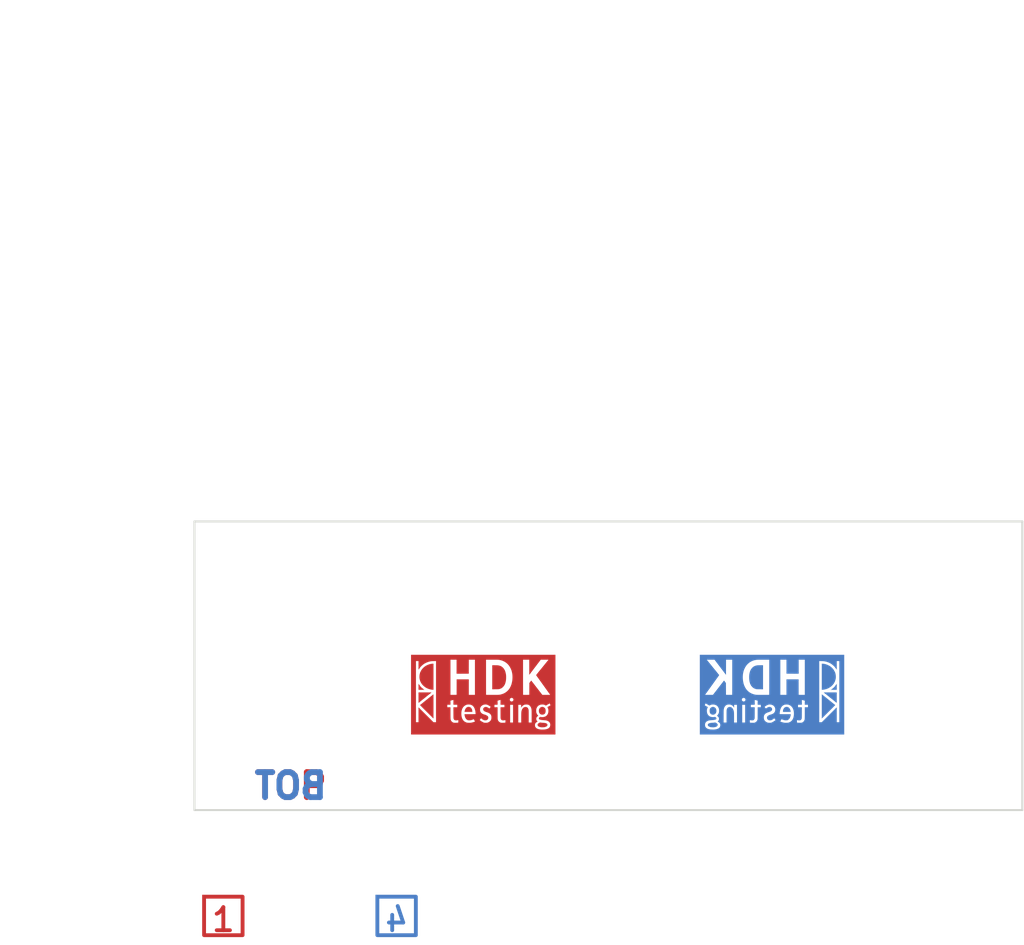
<source format=kicad_pcb>
(kicad_pcb (version 20221018) (generator pcbnew)
  (title_block (title "Board Drawing") (comment 1 "${ProjectNumber}") (comment 2 "${ProjectTitle}") (comment 3 "${ProjectAuthor}") (comment 4 "${ProjectVariant}") (comment 5 "${ProjectDate}"))
  (layers (0 "F.Cu" signal) (1 "In1.Cu" signal) (2 "In2.Cu" signal) (31 "B.Cu" signal) (34 "B.Paste" user) (35 "F.Paste" user) (36 "B.SilkS" user "B.Silkscreen") (37 "F.SilkS" user "F.Silkscreen") (38 "B.Mask" user) (39 "F.Mask" user) (44 "Edge.Cuts" user))
  (property "ProjectAuthor" "René Široký")
  (property "ProjectDate" "01. 01. 2023")
  (property "ProjectNumber" "HTxxx.01")
  (property "ProjectTitle" "Template Project")
  (property "ProjectVariant" "Default")
  (net 0 "")
  (footprint "_PCB_Graphics:LOGO_HDK_Cu_unmask" (layer "F.Cu") (at 95 64)
    (fp_text reference "Logo1" hide)
    (fp_text value "HDK" hide)
    (fp_poly (pts (xy -3.356118 -0.563577) (xy -3.34971 -0.55315) (xy -3.34059 -0.538829) (xy -3.329586 -0.521926) (xy -3.324276 -0.513881) (xy -3.288273 -0.462934) (xy -3.250978 -0.416579) (xy -3.213437 -0.376076) (xy -3.195111 -0.358601) (xy -3.17939 -0.344852) (xy -3.160615 -0.329312) (xy -3.140137 -0.313009) (xy -3.11931 -0.296975) (xy -3.099485 -0.282237) (xy -3.082016 -0.269827) (xy -3.068255 -0.260772) (xy -3.061725 -0.257067) (xy -3.059359 -0.255603) (xy -3.059166 -0.254403) (xy -3.061786 -0.25344) (xy -3.067862 -0.252689) (xy -3.078034 -0.252123) (xy -3.092946 -0.251715) (xy -3.113238 -0.251439) (xy -3.139553 -0.251269) (xy -3.172531 -0.251178) (xy -3.205887 -0.251144) (xy -3.361817 -0.251055) (xy -3.361508 -0.412869) (xy -3.36139 -0.447368) (xy -3.361182 -0.479076) (xy -3.360896 -0.507214) (xy -3.360544 -0.531005) (xy -3.36014 -0.549668) (xy -3.359696 -0.562427) (xy -3.359224 -0.568502) (xy -3.358986 -0.5688)) (fill solid) (layer "F.Cu"))
    (fp_poly (pts (xy 3.090925 0.637548) (xy 3.122673 0.644552) (xy 3.151946 0.657574) (xy 3.17754 0.67655) (xy 3.183486 0.682497) (xy 3.193742 0.693409) (xy 3.202263 0.702446) (xy 3.207278 0.707729) (xy 3.207404 0.70786) (xy 3.213077 0.715864) (xy 3.219733 0.728068) (xy 3.225786 0.741258) (xy 3.229654 0.752219) (xy 3.22999 0.753682) (xy 3.231818 0.762849) (xy 3.234433 0.776018) (xy 3.236037 0.784114) (xy 3.238875 0.806086) (xy 3.240037 0.832717) (xy 3.239576 0.861014) (xy 3.237544 0.887984) (xy 3.233992 0.910632) (xy 3.233848 0.911275) (xy 3.222976 0.946797) (xy 3.207604 0.97606) (xy 3.187328 0.9995) (xy 3.161744 1.01755) (xy 3.130447 1.030645) (xy 3.119818 1.033688) (xy 3.090914 1.038529) (xy 3.059675 1.039234) (xy 3.029402 1.035897) (xy 3.008777 1.030612) (xy 2.978886 1.018467) (xy 2.955237 1.004126) (xy 2.936279 0.986315) (xy 2.920462 0.963758) (xy 2.914728 0.953239) (xy 2.900643 0.918519) (xy 2.892301 0.881639) (xy 2.889501 0.843774) (xy 2.892041 0.806095) (xy 2.89972 0.769778) (xy 2.912334 0.735995) (xy 2.929683 0.705921) (xy 2.951565 0.680728) (xy 2.96328 0.670965) (xy 2.99288 0.65327) (xy 3.024824 0.641844) (xy 3.057907 0.636624)) (fill solid) (layer "F.Cu"))
    (fp_poly (pts (xy -0.732113 0.637533) (xy -0.697865 0.645088) (xy -0.667417 0.659253) (xy -0.640517 0.680199) (xy -0.616917 0.708096) (xy -0.596369 0.743116) (xy -0.587976 0.76142) (xy -0.581789 0.777874) (xy -0.577091 0.7954) (xy -0.573348 0.816363) (xy -0.570476 0.839041) (xy -0.568374 0.858213) (xy -0.566634 0.87474) (xy -0.565426 0.886956) (xy -0.56492 0.893197) (xy -0.564914 0.893416) (xy -0.566447 0.894554) (xy -0.571414 0.895514) (xy -0.58034 0.896308) (xy -0.593751 0.896949) (xy -0.612171 0.897451) (xy -0.636124 0.897825) (xy -0.666136 0.898086) (xy -0.702731 0.898244) (xy -0.746435 0.898314) (xy -0.766245 0.89832) (xy -0.805247 0.89828) (xy -0.841842 0.898165) (xy -0.875285 0.897983) (xy -0.904833 0.897742) (xy -0.929744 0.897448) (xy -0.949272 0.897111) (xy -0.962676 0.896738) (xy -0.969211 0.896336) (xy -0.969729 0.896205) (xy -0.9703 0.891126) (xy -0.96908 0.880152) (xy -0.966408 0.86494) (xy -0.962622 0.847146) (xy -0.958061 0.828426) (xy -0.953065 0.810437) (xy -0.950502 0.802212) (xy -0.939564 0.771115) (xy -0.928656 0.745953) (xy -0.916724 0.724892) (xy -0.902714 0.706097) (xy -0.885571 0.687734) (xy -0.883632 0.685839) (xy -0.861661 0.666302) (xy -0.841158 0.652593) (xy -0.819771 0.643685) (xy -0.79515 0.638553) (xy -0.770407 0.636418)) (fill solid) (layer "F.Cu"))
    (fp_poly (pts (xy 2.978331 1.446793) (xy 2.978977 1.446933) (xy 3.003281 1.451716) (xy 3.02808 1.45553) (xy 3.055204 1.458579) (xy 3.08648 1.461068) (xy 3.123737 1.463202) (xy 3.124499 1.46324) (xy 3.175781 1.467444) (xy 3.22003 1.474639) (xy 3.257207 1.484804) (xy 3.287268 1.497917) (xy 3.310173 1.513957) (xy 3.32588 1.532903) (xy 3.334346 1.554733) (xy 3.335947 1.571077) (xy 3.332081 1.595562) (xy 3.320851 1.618058) (xy 3.302536 1.638336) (xy 3.277417 1.656169) (xy 3.245774 1.671328) (xy 3.207888 1.683586) (xy 3.193148 1.687162) (xy 3.176146 1.690042) (xy 3.153398 1.692601) (xy 3.127 1.694725) (xy 3.09905 1.696302) (xy 3.071645 1.697222) (xy 3.04688 1.697371) (xy 3.026854 1.696639) (xy 3.022507 1.696273) (xy 2.972896 1.689412) (xy 2.930439 1.679342) (xy 2.895127 1.666058) (xy 2.866951 1.649554) (xy 2.845903 1.629824) (xy 2.831974 1.606864) (xy 2.825157 1.580666) (xy 2.824407 1.567535) (xy 2.825028 1.552023) (xy 2.827578 1.539772) (xy 2.833086 1.528734) (xy 2.84258 1.516863) (xy 2.85709 1.50211) (xy 2.857471 1.50174) (xy 2.870239 1.489682) (xy 2.881139 1.480576) (xy 2.892214 1.473129) (xy 2.905505 1.466047) (xy 2.923056 1.458036) (xy 2.933865 1.453366) (xy 2.947914 1.44769) (xy 2.957966 1.444994) (xy 2.967083 1.444841)) (fill solid) (layer "F.Cu"))
    (fp_poly (pts (xy -2.695624 -0.106892) (xy -2.705314 -0.098509) (xy -2.713177 -0.091081) (xy -2.714559 -0.089628) (xy -2.719168 -0.085491) (xy -2.72905 -0.077249) (xy -2.743299 -0.065635) (xy -2.761012 -0.051382) (xy -2.781284 -0.035223) (xy -2.798898 -0.021288) (xy -2.836324 0.00823) (xy -2.868073 0.033289) (xy -2.894637 0.054283) (xy -2.916505 0.071603) (xy -2.93417 0.085643) (xy -2.94812 0.096794) (xy -2.958847 0.105448) (xy -2.966842 0.111998) (xy -2.972594 0.116836) (xy -2.976595 0.120355) (xy -2.979335 0.122947) (xy -2.979624 0.123235) (xy -2.984456 0.127445) (xy -2.994731 0.13592) (xy -3.009722 0.148078) (xy -3.028705 0.163336) (xy -3.050954 0.181111) (xy -3.075742 0.20082) (xy -3.102345 0.22188) (xy -3.107009 0.225563) (xy -3.134447 0.247282) (xy -3.160702 0.268177) (xy -3.184954 0.287587) (xy -3.206384 0.304851) (xy -3.224174 0.319311) (xy -3.237504 0.330306) (xy -3.245555 0.337175) (xy -3.24599 0.337567) (xy -3.255975 0.346278) (xy -3.269341 0.357478) (xy -3.284918 0.370238) (xy -3.301538 0.383629) (xy -3.318029 0.396725) (xy -3.333224 0.408595) (xy -3.345952 0.418313) (xy -3.355044 0.424949) (xy -3.359329 0.427576) (xy -3.359412 0.427586) (xy -3.359813 0.423769) (xy -3.360193 0.412735) (xy -3.360547 0.395116) (xy -3.360868 0.371542) (xy -3.361152 0.342641) (xy -3.361393 0.309045) (xy -3.361585 0.271384) (xy -3.361723 0.230286) (xy -3.361801 0.186383) (xy -3.361817 0.154953) (xy -3.361817 -0.11768) (xy -2.682574 -0.11768)) (fill solid) (layer "F.Cu"))
    (fp_poly (pts (xy 0.612939 -1.528903) (xy 0.655147 -1.528314) (xy 0.690572 -1.527615) (xy 0.720277 -1.526686) (xy 0.745324 -1.525406) (xy 0.766777 -1.523656) (xy 0.785697 -1.521315) (xy 0.803149 -1.518263) (xy 0.820194 -1.514381) (xy 0.837895 -1.509547) (xy 0.857315 -1.503641) (xy 0.868901 -1.499961) (xy 0.887693 -1.493549) (xy 0.905075 -1.48692) (xy 0.918857 -1.480949) (xy 0.925781 -1.477258) (xy 0.936075 -1.470648) (xy 0.950037 -1.461741) (xy 0.964701 -1.452428) (xy 0.965151 -1.452143) (xy 0.999499 -1.42648) (xy 1.033105 -1.39367) (xy 1.065355 -1.354412) (xy 1.095633 -1.309405) (xy 1.105749 -1.292253) (xy 1.12024 -1.264656) (xy 1.132904 -1.235535) (xy 1.144425 -1.203062) (xy 1.155487 -1.165414) (xy 1.160515 -1.146232) (xy 1.169427 -1.109081) (xy 1.176346 -1.074894) (xy 1.181485 -1.041772) (xy 1.185059 -1.007819) (xy 1.187284 -0.971137) (xy 1.188373 -0.92983) (xy 1.188575 -0.898289) (xy 1.187241 -0.832838) (xy 1.183067 -0.77343) (xy 1.175876 -0.718727) (xy 1.165492 -0.667393) (xy 1.151737 -0.61809) (xy 1.151472 -0.617257) (xy 1.146888 -0.602328) (xy 1.14343 -0.589967) (xy 1.141685 -0.582315) (xy 1.141584 -0.581309) (xy 1.13975 -0.574517) (xy 1.134813 -0.562401) (xy 1.127513 -0.546476) (xy 1.118589 -0.528257) (xy 1.108782 -0.509261) (xy 1.098832 -0.491003) (xy 1.090463 -0.476614) (xy 1.074753 -0.453819) (xy 1.054333 -0.428816) (xy 1.030934 -0.403385) (xy 1.006288 -0.37931) (xy 0.982127 -0.358372) (xy 0.960183 -0.342352) (xy 0.959612 -0.341988) (xy 0.942501 -0.332427) (xy 0.920081 -0.321751) (xy 0.894613 -0.310902) (xy 0.868359 -0.300822) (xy 0.84358 -0.292452) (xy 0.833596 -0.289517) (xy 0.825588 -0.287395) (xy 0.817756 -0.285638) (xy 0.809269 -0.284204) (xy 0.799294 -0.283051) (xy 0.787 -0.282136) (xy 0.771553 -0.281418) (xy 0.752123 -0.280855) (xy 0.727876 -0.280404) (xy 0.697982 -0.280024) (xy 0.661607 -0.279671) (xy 0.634515 -0.279441) (xy 0.466816 -0.278054) (xy 0.466816 -1.530728)) (fill solid) (layer "F.Cu"))
    (fp_poly (pts (xy -2.585107 -0.251055) (xy -2.599817 -0.251576) (xy -2.610738 -0.252228) (xy -2.626455 -0.253488) (xy -2.643963 -0.25511) (xy -2.647871 -0.255503) (xy -2.676619 -0.259189) (xy -2.708459 -0.26454) (xy -2.741652 -0.271154) (xy -2.774462 -0.278628) (xy -2.805151 -0.286559) (xy -2.831983 -0.294545) (xy -2.853219 -0.302183) (xy -2.85774 -0.304121) (xy -2.865942 -0.307783) (xy -2.879406 -0.313769) (xy -2.896219 -0.321228) (xy -2.913299 -0.328794) (xy -2.930728 -0.336682) (xy -2.945787 -0.343818) (xy -2.956862 -0.349416) (xy -2.962333 -0.352685) (xy -2.967928 -0.356727) (xy -2.978325 -0.363617) (xy -2.991632 -0.372112) (xy -2.996999 -0.375466) (xy -3.043362 -0.40731) (xy -3.088267 -0.444007) (xy -3.130466 -0.484272) (xy -3.168711 -0.526822) (xy -3.201753 -0.570371) (xy -3.228165 -0.613304) (xy -3.235472 -0.626605) (xy -3.242088 -0.638203) (xy -3.246014 -0.644686) (xy -3.255304 -0.661779) (xy -3.265312 -0.685045) (xy -3.275535 -0.712906) (xy -3.285471 -0.743787) (xy -3.294617 -0.776111) (xy -3.302471 -0.8083) (xy -3.308531 -0.838777) (xy -3.309265 -0.843169) (xy -3.313637 -0.883451) (xy -3.314766 -0.928128) (xy -3.31282 -0.974774) (xy -3.307967 -1.020964) (xy -3.300378 -1.064271) (xy -3.291474 -1.098375) (xy -3.287352 -1.112619) (xy -3.284443 -1.124821) (xy -3.283412 -1.131915) (xy -3.281501 -1.139367) (xy -3.276254 -1.152343) (xy -3.268316 -1.169607) (xy -3.258336 -1.189924) (xy -3.246959 -1.212057) (xy -3.234833 -1.234773) (xy -3.222605 -1.256834) (xy -3.210921 -1.277005) (xy -3.200428 -1.294052) (xy -3.192159 -1.306216) (xy -3.173441 -1.329945) (xy -3.151026 -1.355706) (xy -3.126639 -1.381708) (xy -3.102002 -1.40616) (xy -3.078839 -1.427274) (xy -3.06371 -1.439657) (xy -3.048461 -1.451421) (xy -3.033211 -1.463319) (xy -3.020743 -1.473176) (xy -3.018434 -1.475029) (xy -3.009004 -1.481593) (xy -2.994201 -1.490666) (xy -2.975685 -1.501283) (xy -2.95512 -1.51248) (xy -2.943258 -1.518679) (xy -2.872398 -1.55167) (xy -2.802864 -1.577046) (xy -2.734398 -1.594877) (xy -2.666743 -1.60523) (xy -2.609624 -1.608204) (xy -2.585107 -1.608336)) (fill solid) (layer "F.Cu"))
    (fp_poly (pts (xy -2.590262 -0.017249) (xy -2.589525 -0.015945) (xy -2.588861 -0.013085) (xy -2.588268 -0.008317) (xy -2.58774 -0.001292) (xy -2.587274 0.008342) (xy -2.586867 0.020935) (xy -2.586514 0.036838) (xy -2.586211 0.056401) (xy -2.585955 0.079976) (xy -2.585741 0.107914) (xy -2.585567 0.140564) (xy -2.585427 0.178278) (xy -2.585319 0.221406) (xy -2.585238 0.2703) (xy -2.58518 0.325309) (xy -2.585142 0.386785) (xy -2.58512 0.455078) (xy -2.585109 0.530539) (xy -2.585107 0.6076) (xy -2.585113 0.677366) (xy -2.58513 0.744975) (xy -2.585159 0.810011) (xy -2.585197 0.872062) (xy -2.585246 0.930714) (xy -2.585303 0.985553) (xy -2.585368 1.036166) (xy -2.585442 1.082138) (xy -2.585522 1.123056) (xy -2.585609 1.158507) (xy -2.585701 1.188076) (xy -2.585798 1.21135) (xy -2.5859 1.227916) (xy -2.586006 1.237359) (xy -2.586088 1.239519) (xy -2.58894 1.236799) (xy -2.597025 1.228883) (xy -2.61001 1.216099) (xy -2.627558 1.198781) (xy -2.649338 1.177257) (xy -2.675014 1.151859) (xy -2.704252 1.122918) (xy -2.736717 1.090764) (xy -2.772077 1.055729) (xy -2.809996 1.018143) (xy -2.850141 0.978336) (xy -2.892177 0.93664) (xy -2.93577 0.893386) (xy -2.935857 0.893299) (xy -2.979446 0.849994) (xy -3.021438 0.808179) (xy -3.061501 0.76819) (xy -3.099304 0.730364) (xy -3.134514 0.695034) (xy -3.166799 0.662537) (xy -3.195828 0.633208) (xy -3.221269 0.607383) (xy -3.242789 0.585396) (xy -3.260056 0.567584) (xy -3.272739 0.554281) (xy -3.280505 0.545824) (xy -3.283023 0.542548) (xy -3.279591 0.538889) (xy -3.27086 0.531162) (xy -3.257725 0.520113) (xy -3.241081 0.50649) (xy -3.221823 0.491039) (xy -3.21079 0.482307) (xy -3.189292 0.465274) (xy -3.168781 0.448843) (xy -3.150442 0.433977) (xy -3.135455 0.421637) (xy -3.125004 0.412784) (xy -3.12239 0.410462) (xy -3.115306 0.404379) (xy -3.102855 0.394096) (xy -3.08584 0.380262) (xy -3.065065 0.363521) (xy -3.041332 0.344523) (xy -3.015445 0.323912) (xy -2.988207 0.302336) (xy -2.98537 0.300096) (xy -2.958534 0.278859) (xy -2.933389 0.258872) (xy -2.91066 0.240718) (xy -2.891074 0.224979) (xy -2.875355 0.21224) (xy -2.864229 0.203084) (xy -2.858423 0.198095) (xy -2.858017 0.197704) (xy -2.855543 0.195328) (xy -2.851854 0.192056) (xy -2.846475 0.18751) (xy -2.838933 0.181311) (xy -2.828756 0.173081) (xy -2.81547 0.162442) (xy -2.798602 0.149015) (xy -2.777677 0.132422) (xy -2.752224 0.112285) (xy -2.721769 0.088224) (xy -2.685838 0.059862) (xy -2.667485 0.045382) (xy -2.647116 0.029206) (xy -2.62852 0.01424) (xy -2.612694 0.001303) (xy -2.60064 -0.008784) (xy -2.593356 -0.015202) (xy -2.591972 -0.016591) (xy -2.591076 -0.017348)) (fill solid) (layer "F.Cu"))
    (fp_poly (pts (xy 3.750183 2.071231) (xy -3.750172 2.071231) (xy -3.750172 1.578922) (xy 2.68575 1.578922) (xy 2.688406 1.618584) (xy 2.696324 1.653081) (xy 2.709896 1.683401) (xy 2.729514 1.710528) (xy 2.743796 1.725168) (xy 2.770636 1.746734) (xy 2.801734 1.765149) (xy 2.837711 1.780624) (xy 2.879184 1.793371) (xy 2.926774 1.803604) (xy 2.981101 1.811533) (xy 3.002893 1.813912) (xy 3.017142 1.814712) (xy 3.03749 1.815009) (xy 3.062255 1.81486) (xy 3.089755 1.814318) (xy 3.118309 1.813437) (xy 3.146235 1.812272) (xy 3.171851 1.810878) (xy 3.193476 1.809309) (xy 3.209428 1.807619) (xy 3.21277 1.807111) (xy 3.235897 1.802736) (xy 3.262257 1.79702) (xy 3.288834 1.790671) (xy 3.312613 1.784399) (xy 3.324981 1.780749) (xy 3.344258 1.772901) (xy 3.366523 1.761045) (xy 3.389245 1.746747) (xy 3.409891 1.731574) (xy 3.422922 1.720142) (xy 3.442891 1.698055) (xy 3.457882 1.67501) (xy 3.468725 1.649189) (xy 3.476249 1.618775) (xy 3.479769 1.595549) (xy 3.481583 1.552705) (xy 3.476153 1.512797) (xy 3.463598 1.476056) (xy 3.444036 1.44271) (xy 3.417588 1.41299) (xy 3.384372 1.387125) (xy 3.36575 1.375976) (xy 3.334972 1.361141) (xy 3.30157 1.348531) (xy 3.269265 1.339503) (xy 3.261505 1.33791) (xy 3.251306 1.336452) (xy 3.234602 1.334596) (xy 3.212718 1.332464) (xy 3.186978 1.330181) (xy 3.158707 1.327869) (xy 3.132345 1.325877) (xy 3.081854 1.321745) (xy 3.038653 1.317147) (xy 3.002196 1.311961) (xy 2.971936 1.306064) (xy 2.947324 1.299334) (xy 2.927814 1.291648) (xy 2.912859 1.282883) (xy 2.903414 1.274595) (xy 2.892816 1.258062) (xy 2.888984 1.239569) (xy 2.891497 1.22031) (xy 2.899937 1.201479) (xy 2.913885 1.18427) (xy 2.932921 1.169876) (xy 2.941826 1.165193) (xy 2.961693 1.155887) (xy 2.996023 1.162466) (xy 3.048255 1.168717) (xy 3.100903 1.167796) (xy 3.152441 1.159805) (xy 3.188288 1.149633) (xy 3.230427 1.131609) (xy 3.267635 1.107939) (xy 3.300637 1.078062) (xy 3.330161 1.041418) (xy 3.332012 1.038737) (xy 3.353615 1.001336) (xy 3.369448 0.960444) (xy 3.379667 0.915425) (xy 3.384428 0.865642) (xy 3.384476 0.823787) (xy 3.38346 0.800359) (xy 3.381998 0.782327) (xy 3.379703 0.767241) (xy 3.37619 0.752652) (xy 3.37107 0.73611) (xy 3.370224 0.733563) (xy 3.358399 0.70117) (xy 3.347132 0.676508) (xy 3.336441 0.659622) (xy 3.335117 0.658026) (xy 3.33113 0.652358) (xy 3.330796 0.650167) (xy 3.33477 0.647494) (xy 3.342526 0.642131) (xy 3.3444 0.640825) (xy 3.352103 0.635992) (xy 3.365145 0.628383) (xy 3.381938 0.618902) (xy 3.400893 0.608454) (xy 3.408622 0.604262) (xy 3.427191 0.594145) (xy 3.443459 0.585106) (xy 3.456094 0.577897) (xy 3.463764 0.573273) (xy 3.465277 0.572206) (xy 3.471452 0.567726) (xy 3.480905 0.561711) (xy 3.482647 0.560668) (xy 3.490503 0.555113) (xy 3.493976 0.550824) (xy 3.493895 0.550113) (xy 3.490635 0.543771) (xy 3.48554 0.533037) (xy 3.479585 0.520072) (xy 3.473746 0.507037) (xy 3.469001 0.496094) (xy 3.466326 0.489405) (xy 3.466069 0.488526) (xy 3.462242 0.474524) (xy 3.456857 0.463564) (xy 3.450899 0.456907) (xy 3.445349 0.455815) (xy 3.442605 0.458386) (xy 3.438508 0.461408) (xy 3.428282 0.467686) (xy 3.412714 0.476768) (xy 3.392594 0.488207) (xy 3.368707 0.501553) (xy 3.341842 0.516357) (xy 3.320638 0.527915) (xy 3.309389 0.534266) (xy 3.294561 0.542961) (xy 3.279233 0.552193) (xy 3.278219 0.552813) (xy 3.251492 0.569195) (xy 3.227223 0.554126) (xy 3.198865 0.538148) (xy 3.171422 0.526491) (xy 3.14266 0.518509) (xy 3.11035 0.513555) (xy 3.079387 0.511287) (xy 3.029335 0.51237) (xy 2.98112 0.520201) (xy 2.935569 0.534458) (xy 2.893506 0.55482) (xy 2.855757 0.580965) (xy 2.825271 0.610161) (xy 2.811061 0.628791) (xy 2.796282 0.652774) (xy 2.782104 0.679813) (xy 2.769694 0.707609) (xy 2.760222 0.733865) (xy 2.75753 0.74337) (xy 2.75361 0.764619) (xy 2.750948 0.791351) (xy 2.749557 0.821304) (xy 2.749453 0.852214) (xy 2.750652 0.881819) (xy 2.753169 0.907856) (xy 2.756303 0.92527) (xy 2.764067 0.950076) (xy 2.775556 0.977238) (xy 2.789765 1.005044) (xy 2.80569 1.031784) (xy 2.822329 1.055746) (xy 2.838676 1.07522) (xy 2.850811 1.086371) (xy 2.857745 1.09217) (xy 2.858912 1.09565) (xy 2.854907 1.099083) (xy 2.85426 1.099501) (xy 2.826064 1.120254) (xy 2.801157 1.143755) (xy 2.780697 1.168655) (xy 2.765846 1.193605) (xy 2.759682 1.209439) (xy 2.754082 1.240188) (xy 2.754587 1.272062) (xy 2.760708 1.303559) (xy 2.771955 1.333178) (xy 2.787839 1.359418) (xy 2.80787 1.380776) (xy 2.817984 1.388314) (xy 2.828467 1.395191) (xy 2.808484 1.406067) (xy 2.796108 1.413499) (xy 2.780318 1.423951) (xy 2.763859 1.435581) (xy 2.757993 1.439932) (xy 2.72988 1.464359) (xy 2.709106 1.49013) (xy 2.695173 1.518202) (xy 2.687585 1.54953) (xy 2.68575 1.578922) (xy -3.750172 1.578922) (xy -3.750172 1.431818) (xy -3.495192 1.431818) (xy -3.361817 1.431818) (xy -3.361817 0.65818) (xy -2.584373 1.431818) (xy -2.451732 1.431818) (xy -2.451732 0.655108) (xy -1.867238 0.655108) (xy -1.702481 0.655108) (xy -1.702255 0.928721) (xy -1.702172 0.989589) (xy -1.702016 1.043158) (xy -1.701765 1.089973) (xy -1.701398 1.130581) (xy -1.700892 1.165527) (xy -1.700227 1.195358) (xy -1.69938 1.22062) (xy -1.69833 1.241858) (xy -1.697055 1.259619) (xy -1.695535 1.274449) (xy -1.693746 1.286893) (xy -1.691667 1.297498) (xy -1.689278 1.30681) (xy -1.686979 1.314135) (xy -1.678771 1.333629) (xy -1.667166 1.355084) (xy -1.653795 1.375876) (xy -1.640288 1.393383) (xy -1.632931 1.401094) (xy -1.621232 1.410928) (xy -1.606467 1.421887) (xy -1.591055 1.432314) (xy -1.577416 1.440553) (xy -1.569874 1.444272) (xy -1.553907 1.450347) (xy -1.5392 1.454955) (xy -1.524324 1.458262) (xy -1.507847 1.460436) (xy -1.488342 1.461647) (xy -1.464377 1.462062) (xy -1.434524 1.461848) (xy -1.422003 1.461649) (xy -1.385549 1.460749) (xy -1.356606 1.459438) (xy -1.334848 1.457694) (xy -1.319951 1.455496) (xy -1.316088 1.454556) (xy -1.296474 1.448965) (xy -1.295398 1.383511) (xy -1.295135 1.361845) (xy -1.295087 1.343206) (xy -1.295241 1.328881) (xy -1.295588 1.320155) (xy -1.295966 1.318057) (xy -1.300233 1.319175) (xy -1.309944 1.322121) (xy -1.323086 1.326282) (xy -1.324501 1.326738) (xy -1.337351 1.330451) (xy -1.350098 1.332973) (xy -1.364755 1.334522) (xy -1.383335 1.335314) (xy -1.406311 1.335564) (xy -1.428164 1.335565) (xy -1.443871 1.335257) (xy -1.45513 1.334372) (xy -1.463642 1.332647) (xy -1.471105 1.329816) (xy -1.479218 1.325613) (xy -1.482806 1.323611) (xy -1.503686 1.308155) (xy -1.520631 1.287107) (xy -1.534206 1.259701) (xy -1.538378 1.248127) (xy -1.540033 1.243009) (xy -1.541466 1.237942) (xy -1.542697 1.232343) (xy -1.543745 1.225629) (xy -1.544629 1.217217) (xy -1.545368 1.206524) (xy -1.54598 1.192967) (xy -1.546486 1.175963) (xy -1.546904 1.15493) (xy -1.547252 1.129283) (xy -1.547551 1.098442) (xy -1.547819 1.061821) (xy -1.548075 1.01884) (xy -1.548241 0.987362) (xy -1.13759 0.987362) (xy -1.136606 1.029637) (xy -1.133431 1.070122) (xy -1.12776 1.11096) (xy -1.119287 1.15429) (xy -1.107707 1.202255) (xy -1.106007 1.208756) (xy -1.101816 1.220541) (xy -1.094491 1.23715) (xy -1.084984 1.256708) (xy -1.07425 1.277344) (xy -1.06324 1.297183) (xy -1.052909 1.314353) (xy -1.049949 1.318908) (xy -1.040515 1.331361) (xy -1.027267 1.34664) (xy -1.012296 1.362404) (xy -1.003254 1.371216) (xy -0.987667 1.385266) (xy -0.973325 1.396493) (xy -0.957897 1.406452) (xy -0.939051 1.4167) (xy -0.923495 1.424432) (xy -0.897668 1.436467) (xy -0.874719 1.445732) (xy -0.852924 1.45258) (xy -0.830559 1.457361) (xy -0.805897 1.460427) (xy -0.777216 1.46213) (xy -0.742791 1.462821) (xy -0.734849 1.462869) (xy -0.706998 1.462879) (xy -0.685124 1.462533) (xy -0.66736 1.461683) (xy -0.651842 1.46018) (xy -0.636702 1.457877) (xy -0.620075 1.454625) (xy -0.613572 1.453238) (xy -0.568591 1.443015) (xy -0.52978 1.43308) (xy -0.495499 1.422999) (xy -0.480535 1.418104) (xy -0.46534 1.413146) (xy -0.451668 1.408998) (xy -0.442426 1.406542) (xy -0.442288 1.406513) (xy -0.434852 1.403533) (xy -0.432076 1.398055) (xy -0.43404 1.389028) (xy -0.440825 1.375403) (xy -0.44524 1.367876) (xy -0.452134 1.356249) (xy -0.45706 1.347569) (xy -0.45896 1.343701) (xy -0.45896 1.343694) (xy -0.460264 1.339635) (xy -0.463747 1.330023) (xy -0.466984 1.321372) (xy -0.180443 1.321372) (xy -0.177222 1.326116) (xy -0.16825 1.334103) (xy -0.154563 1.344643) (xy -0.137198 1.357043) (xy -0.117191 1.370613) (xy -0.09558 1.384661) (xy -0.073399 1.398495) (xy -0.051686 1.411425) (xy -0.031477 1.42276) (xy -0.017767 1.429879) (xy 0.006508 1.441683) (xy 0.025989 1.45029) (xy 0.0428 1.456202) (xy 0.059064 1.459926) (xy 0.076904 1.461964) (xy 0.098443 1.462822) (xy 0.121611 1.463001) (xy 0.154142 1.462523) (xy 0.180776 1.461028) (xy 0.200707 1.458568) (xy 0.205951 1.457489) (xy 0.248263 1.444264) (xy 0.288075 1.425647) (xy 0.324289 1.402419) (xy 0.355806 1.375358) (xy 0.381531 1.345244) (xy 0.395383 1.322991) (xy 0.408196 1.295392) (xy 0.417106 1.267327) (xy 0.422555 1.23675) (xy 0.424983 1.20162) (xy 0.425208 1.184683) (xy 0.424098 1.147407) (xy 0.420422 1.115943) (xy 0.413656 1.088526) (xy 0.403278 1.063394) (xy 0.388767 1.038783) (xy 0.377252 1.022732) (xy 0.35638 1.000291) (xy 0.328628 0.978425) (xy 0.294964 0.957701) (xy 0.256354 0.938685) (xy 0.213765 0.921945) (xy 0.194647 0.915643) (xy 0.174981 0.909504) (xy 0.155918 0.903524) (xy 0.139953 0.898487) (xy 0.131418 0.895769) (xy 0.115617 0.889667) (xy 0.096485 0.880759) (xy 0.076276 0.870256) (xy 0.057244 0.859371) (xy 0.041641 0.849315) (xy 0.033862 0.843325) (xy 0.024718 0.833434) (xy 0.014955 0.820082) (xy 0.009602 0.811308) (xy 0.003772 0.799887) (xy 0.0003 0.789777) (xy -0.001407 0.77819) (xy -0.001938 0.762338) (xy -0.001956 0.756757) (xy -0.001738 0.739859) (xy -0.000618 0.728042) (xy 0.002097 0.718541) (xy 0.007102 0.708595) (xy 0.012347 0.699877) (xy 0.030443 0.676462) (xy 0.052453 0.659007) (xy 0.078968 0.647227) (xy 0.110577 0.640839) (xy 0.138253 0.639416) (xy 0.161993 0.641122) (xy 0.185929 0.646564) (xy 0.211321 0.656232) (xy 0.239431 0.670612) (xy 0.271518 0.690194) (xy 0.274712 0.692272) (xy 0.319712 0.721691) (xy 0.333441 0.70632) (xy 0.341776 0.69635) (xy 0.351442 0.683818) (xy 0.361466 0.670126) (xy 0.370873 0.656676) (xy 0.371911 0.655108) (xy 0.580382 0.655108) (xy 0.745059 0.655108) (xy 0.746248 0.960104) (xy 0.74647 1.016215) (xy 0.74668 1.065047) (xy 0.746895 1.107169) (xy 0.747133 1.143147) (xy 0.747409 1.173548) (xy 0.74774 1.19894) (xy 0.748145 1.21989) (xy 0.748638 1.236965) (xy 0.749238 1.250732) (xy 0.749961 1.26176) (xy 0.750824 1.270614) (xy 0.751844 1.277862) (xy 0.753038 1.284072) (xy 0.754422 1.28981) (xy 0.756014 1.295644) (xy 0.756249 1.296482) (xy 0.766317 1.327493) (xy 0.777955 1.353011) (xy 0.792417 1.375382) (xy 0.808546 1.394406) (xy 0.83555 1.418191) (xy 0.86805 1.438297) (xy 0.904118 1.453573) (xy 0.912051 1.456086) (xy 0.92085 1.458415) (xy 0.930228 1.460125) (xy 0.941427 1.461276) (xy 0.955693 1.461929) (xy 0.974269 1.462147) (xy 0.998398 1.46199) (xy 1.023851 1.461614) (xy 1.060444 1.460724) (xy 1.090259 1.45941) (xy 1.112978 1.457693) (xy 1.128284 1.455592) (xy 1.131727 1.454799) (xy 1.151341 1.44947) (xy 1.151376 1.447336) (xy 1.396515 1.447336) (xy 1.470067 1.448495) (xy 1.493361 1.448905) (xy 1.513935 1.449349) (xy 1.530511 1.449792) (xy 1.541809 1.450201) (xy 1.546552 1.450541) (xy 1.546561 1.450543) (xy 1.546888 1.447324) (xy 1.820175 1.447324) (xy 1.887843 1.448496) (xy 1.910702 1.448933) (xy 1.931325 1.449404) (xy 1.94822 1.44987) (xy 1.959892 1.450289) (xy 1.964337 1.45055) (xy 1.973163 1.451432) (xy 1.973163 1.206674) (xy 1.973211 1.149764) (xy 1.973372 1.10005) (xy 1.973676 1.056882) (xy 1.974152 1.01961) (xy 1.974829 0.987585) (xy 1.975738 0.960156) (xy 1.976906 0.936674) (xy 1.978362 0.91649) (xy 1.980137 0.898953) (xy 1.982259 0.883415) (xy 1.984758 0.869225) (xy 1.987662 0.855734) (xy 1.989217 0.849285) (xy 1.996616 0.823877) (xy 2.006421 0.796444) (xy 2.01756 0.769624) (xy 2.028962 0.746056) (xy 2.036354 0.733179) (xy 2.046116 0.719988) (xy 2.059541 0.704782) (xy 2.07478 0.689377) (xy 2.089984 0.67559) (xy 2.103303 0.665238) (xy 2.109132 0.661679) (xy 2.130378 0.652913) (xy 2.155482 0.645932) (xy 2.181156 0.641442) (xy 2.204111 0.640148) (xy 2.208385 0.640357) (xy 2.241098 0.644999) (xy 2.268712 0.654152) (xy 2.291997 0.668452) (xy 2.311721 0.688532) (xy 2.328654 0.715025) (xy 2.343565 0.748567) (xy 2.345285 0.753177) (xy 2.348145 0.761247) (xy 2.350649 0.769207) (xy 2.352819 0.777613) (xy 2.35468 0.787021) (xy 2.356256 0.797989) (xy 2.35757 0.811071) (xy 2.358645 0.826825) (xy 2.359506 0.845807) (xy 2.360177 0.868573) (xy 2.36068 0.895679) (xy 2.361039 0.927683) (xy 2.361279 0.96514) (xy 2.361423 1.008606) (xy 2.361495 1.058638) (xy 2.361518 1.115793) (xy 2.361519 1.134407) (xy 2.361519 1.447509) (xy 2.423302 1.447552) (xy 2.445789 1.447721) (xy 2.466629 1.448157) (xy 2.484046 1.448802) (xy 2.496261 1.4496) (xy 2.499797 1.450027) (xy 2.514507 1.452458) (xy 2.514433 1.137142) (xy 2.514408 1.079251) (xy 2.514353 1.028613) (xy 2.514256 0.984634) (xy 2.514105 0.946723) (xy 2.513888 0.914285) (xy 2.513593 0.886729) (xy 2.513207 0.86346) (xy 2.512719 0.843887) (xy 2.512117 0.827417) (xy 2.511388 0.813456) (xy 2.510521 0.801412) (xy 2.509503 0.790691) (xy 2.508322 0.780702) (xy 2.506966 0.77085) (xy 2.506963 0.77083) (xy 2.498831 0.726863) (xy 2.487769 0.68863) (xy 2.473145 0.654364) (xy 2.454328 0.622298) (xy 2.453324 0.620807) (xy 2.434175 0.595889) (xy 2.411692 0.572035) (xy 2.388108 0.551438) (xy 2.369364 0.538425) (xy 2.347261 0.528345) (xy 2.319397 0.520498) (xy 2.287572 0.515029) (xy 2.253587 0.51208) (xy 2.219242 0.511796) (xy 2.18634 0.514318) (xy 2.156679 0.519791) (xy 2.151827 0.5211) (xy 2.108131 0.537392) (xy 2.069094 0.559989) (xy 2.034828 0.588806) (xy 2.005443 0.623755) (xy 1.990414 0.647262) (xy 1.971202 0.680606) (xy 1.970137 0.605092) (xy 1.969071 0.529579) (xy 1.820175 0.529579) (xy 1.820175 1.447324) (xy 1.546888 1.447324) (xy 1.54694 1.446817) (xy 1.547305 1.435729) (xy 1.547653 1.417762) (xy 1.547981 1.393399) (xy 1.548284 1.363124) (xy 1.548562 1.327419) (xy 1.548809 1.286768) (xy 1.549024 1.241654) (xy 1.549203 1.192561) (xy 1.549343 1.139972) (xy 1.549441 1.08437) (xy 1.549494 1.026238) (xy 1.549503 0.990505) (xy 1.549503 0.529579) (xy 1.396515 0.529579) (xy 1.396515 1.447336) (xy 1.151376 1.447336) (xy 1.152417 1.383764) (xy 1.152649 1.362053) (xy 1.152614 1.343368) (xy 1.152334 1.328992) (xy 1.151829 1.320206) (xy 1.151312 1.318057) (xy 1.146761 1.31926) (xy 1.136981 1.322404) (xy 1.124739 1.326586) (xy 1.113637 1.330065) (xy 1.102417 1.332492) (xy 1.089291 1.334056) (xy 1.072474 1.334947) (xy 1.050178 1.335353) (xy 1.041503 1.335412) (xy 1.018753 1.335474) (xy 1.002294 1.335249) (xy 0.990569 1.334524) (xy 0.982025 1.333085) (xy 0.975106 1.330718) (xy 0.968256 1.327209) (xy 0.964028 1.324757) (xy 0.953747 1.318259) (xy 0.94694 1.313089) (xy 0.945304 1.311027) (xy 0.942832 1.306763) (xy 0.936603 1.298878) (xy 0.931611 1.293148) (xy 0.922059 1.279701) (xy 0.913164 1.26229) (xy 0.909149 1.251959) (xy 0.907468 1.24691) (xy 0.906012 1.241976) (xy 0.904763 1.236576) (xy 0.903701 1.23013) (xy 0.902809 1.222058) (xy 0.902068 1.211781) (xy 0.901459 1.198719) (xy 0.900964 1.182291) (xy 0.900563 1.161917) (xy 0.90024 1.137019) (xy 0.899974 1.107015) (xy 0.899748 1.071327) (xy 0.899542 1.029373) (xy 0.89934 0.980574) (xy 0.899183 0.940556) (xy 0.898077 0.65524) (xy 1.100345 0.653146) (xy 1.100345 0.527617) (xy 0.999333 0.52657) (xy 0.898322 0.525523) (xy 0.898322 0.273683) (xy 0.889495 0.275992) (xy 0.882903 0.27765) (xy 0.870118 0.280809) (xy 0.852571 0.285117) (xy 0.831694 0.290223) (xy 0.813001 0.294782) (xy 0.745333 0.311261) (xy 0.745333 0.525497) (xy 0.663936 0.526557) (xy 0.582538 0.527617) (xy 0.58146 0.591362) (xy 0.580382 0.655108) (xy 0.371911 0.655108) (xy 0.37869 0.64487) (xy 0.383942 0.636108) (xy 0.385656 0.631792) (xy 0.385387 0.631571) (xy 0.381094 0.629167) (xy 0.372802 0.622871) (xy 0.362567 0.614273) (xy 0.350418 0.604727) (xy 0.333974 0.593248) (xy 0.315851 0.581617) (xy 0.305709 0.575566) (xy 0.266241 0.553598) (xy 0.231502 0.536358) (xy 0.200147 0.523615) (xy 0.170829 0.515133) (xy 0.142202 0.51068) (xy 0.112918 0.510022) (xy 0.081633 0.512925) (xy 0.046998 0.519155) (xy 0.018522 0.525746) (xy -0.019292 0.538985) (xy -0.054873 0.558948) (xy -0.087199 0.584628) (xy -0.115245 0.615017) (xy -0.13799 0.649108) (xy -0.15441 0.685893) (xy -0.158775 0.700355) (xy -0.166264 0.741042) (xy -0.167979 0.782402) (xy -0.164123 0.822937) (xy -0.154897 0.861151) (xy -0.140505 0.895547) (xy -0.13009 0.912836) (xy -0.107911 0.94104) (xy -0.082295 0.965512) (xy -0.05239 0.986765) (xy -0.017344 1.005317) (xy 0.023693 1.021681) (xy 0.071573 1.036372) (xy 0.075962 1.037554) (xy 0.092956 1.042238) (xy 0.107541 1.046537) (xy 0.117749 1.049856) (xy 0.121074 1.051189) (xy 0.12712 1.054211) (xy 0.13846 1.059793) (xy 0.153327 1.067069) (xy 0.166035 1.073264) (xy 0.196038 1.089441) (xy 0.219278 1.105708) (xy 0.2368 1.122934) (xy 0.249648 1.141982) (xy 0.250193 1.14301) (xy 0.255434 1.154063) (xy 0.258611 1.16438) (xy 0.260222 1.17659) (xy 0.260766 1.193317) (xy 0.260795 1.198785) (xy 0.26059 1.216578) (xy 0.259469 1.229408) (xy 0.256803 1.240152) (xy 0.251965 1.251687) (xy 0.24714 1.261402) (xy 0.232113 1.284987) (xy 0.213077 1.303589) (xy 0.188614 1.318428) (xy 0.172626 1.325312) (xy 0.161723 1.329205) (xy 0.151756 1.331744) (xy 0.140716 1.333143) (xy 0.12659 1.333616) (xy 0.107365 1.333376) (xy 0.098813 1.333157) (xy 0.048912 1.331787) (xy 0.007787 1.311309) (xy -0.012968 1.300802) (xy -0.02911 1.292013) (xy -0.042865 1.283488) (xy -0.056459 1.273771) (xy -0.072117 1.261405) (xy -0.086061 1.249927) (xy -0.099444 1.23909) (xy -0.108361 1.232784) (xy -0.114186 1.230294) (xy -0.11829 1.23091) (xy -0.12019 1.232213) (xy -0.124786 1.237409) (xy -0.13227 1.24732) (xy -0.141614 1.260425) (xy -0.151792 1.275203) (xy -0.161774 1.290133) (xy -0.170533 1.303693) (xy -0.17704 1.314362) (xy -0.180267 1.320619) (xy -0.180443 1.321372) (xy -0.466984 1.321372) (xy -0.468762 1.316622) (xy -0.471072 1.310547) (xy -0.478372 1.293252) (xy -0.484499 1.282496) (xy -0.489107 1.27883) (xy -0.494989 1.280083) (xy -0.506541 1.283489) (xy -0.52206 1.28852) (xy -0.538779 1.294269) (xy -0.562342 1.302242) (xy -0.589259 1.310823) (xy -0.615296 1.318679) (xy -0.627203 1.32207) (xy -0.644981 1.326867) (xy -0.659199 1.330189) (xy -0.672005 1.332263) (xy -0.685547 1.333318) (xy -0.701974 1.333582) (xy -0.723432 1.33328) (xy -0.731379 1.33311) (xy -0.79088 1.331787) (xy -0.820078 1.317308) (xy -0.851508 1.298765) (xy -0.878595 1.276146) (xy -0.901872 1.248721) (xy -0.921873 1.215759) (xy -0.939132 1.176528) (xy -0.952647 1.135648) (xy -0.957219 1.118167) (xy -0.96185 1.097458) (xy -0.966134 1.075717) (xy -0.969663 1.055138) (xy -0.97203 1.037917) (xy -0.972832 1.026816) (xy -0.972844 1.016054) (xy -0.683539 1.015048) (xy -0.628031 1.014837) (xy -0.579879 1.014608) (xy -0.538595 1.014352) (xy -0.50369 1.014056) (xy -0.474674 1.013711) (xy -0.45106 1.013304) (xy -0.432358 1.012826) (xy -0.418079 1.012265) (xy -0.407735 1.011611) (xy -0.400836 1.010852) (xy -0.396893 1.009977) (xy -0.395419 1.008976) (xy -0.395392 1.008607) (xy -0.396083 1.002849) (xy -0.397167 0.990881) (xy -0.398506 0.97432) (xy -0.399966 0.954784) (xy -0.400324 0.949765) (xy -0.404609 0.902143) (xy -0.410542 0.859704) (xy -0.418565 0.819881) (xy -0.42912 0.780105) (xy -0.430127 0.776714) (xy -0.44985 0.720533) (xy -0.473388 0.671168) (xy -0.500812 0.628542) (xy -0.532193 0.592574) (xy -0.567603 0.563187) (xy -0.607112 0.540302) (xy -0.650792 0.523842) (xy -0.661992 0.520816) (xy -0.691831 0.515359) (xy -0.726472 0.512305) (xy -0.763245 0.511651) (xy -0.799485 0.513395) (xy -0.832524 0.517535) (xy -0.848942 0.520976) (xy -0.89469 0.536321) (xy -0.938127 0.558526) (xy -0.973903 0.583784) (xy -1.013571 0.620265) (xy -1.046971 0.65996) (xy -1.074604 0.703684) (xy -1.096972 0.752258) (xy -1.114576 0.806498) (xy -1.117627 0.818331) (xy -1.126898 0.860393) (xy -1.13306 0.900264) (xy -1.136496 0.941185) (xy -1.137589 0.986399) (xy -1.13759 0.987362) (xy -1.548241 0.987362) (xy -1.548339 0.968913) (xy -1.548493 0.938528) (xy -1.549918 0.655108) (xy -1.349431 0.655108) (xy -1.349431 0.525656) (xy -1.549493 0.525656) (xy -1.549493 0.273683) (xy -1.558319 0.276039) (xy -1.564908 0.277721) (xy -1.577686 0.280922) (xy -1.595224 0.285283) (xy -1.616092 0.290451) (xy -1.634813 0.295072) (xy -1.702481 0.311749) (xy -1.702481 0.525656) (xy -1.867238 0.525656) (xy -1.867238 0.655108) (xy -2.451732 0.655108) (xy -2.451732 0.272411) (xy 1.379475 0.272411) (xy 1.384366 0.293966) (xy 1.394338 0.314029) (xy 1.409539 0.331561) (xy 1.43012 0.345524) (xy 1.448058 0.352693) (xy 1.466791 0.355342) (xy 1.488556 0.353701) (xy 1.510046 0.348106) (xy 1.51554 0.345886) (xy 1.537888 0.332009) (xy 1.554541 0.313019) (xy 1.565042 0.289645) (xy 1.568932 0.262617) (xy 1.568945 0.260868) (xy 1.565442 0.233532) (xy 1.55542 0.209925) (xy 1.539605 0.190775) (xy 1.518725 0.176807) (xy 1.493507 0.168746) (xy 1.474871 0.167015) (xy 1.448403 0.169925) (xy 1.425966 0.178616) (xy 1.407708 0.192048) (xy 1.39378 0.209182) (xy 1.384332 0.22898) (xy 1.379514 0.250402) (xy 1.379475 0.272411) (xy -2.451732 0.272411) (xy -2.451732 0.01186) (xy -1.702481 0.01186) (xy -1.382775 0.00981) (xy -1.381776 -0.393255) (xy -1.380777 -0.796321) (xy -0.749246 -0.796321) (xy -0.749246 0.011772) (xy -0.431501 0.011772) (xy -0.431501 -0.904851) (xy 0.145148 -0.904851) (xy 0.145159 -0.820831) (xy 0.145192 -0.738879) (xy 0.145245 -0.659341) (xy 0.145318 -0.582562) (xy 0.145409 -0.508889) (xy 0.145518 -0.438668) (xy 0.145643 -0.372243) (xy 0.145784 -0.309962) (xy 0.14594 -0.25217) (xy 0.146109 -0.199213) (xy 0.146291 -0.151436) (xy 0.146485 -0.109186) (xy 0.146689 -0.072809) (xy 0.146903 -0.04265) (xy 0.147126 -0.019055) (xy 0.147356 -0.002371) (xy 0.147593 0.007058) (xy 0.147763 0.009156) (xy 0.152004 0.009566) (xy 0.163494 0.009956) (xy 0.181635 0.010322) (xy 0.205829 0.010657) (xy 0.235481 0.010958) (xy 0.269992 0.01122) (xy 0.308765 0.011436) (xy 0.351204 0.011603) (xy 0.39671 0.011716) (xy 0.444687 0.011768) (xy 0.460629 0.011772) (xy 0.520805 0.011745) (xy 0.57369 0.011659) (xy 0.619842 0.011505) (xy 0.659814 0.011273) (xy 0.694163 0.010956) (xy 0.723444 0.010543) (xy 0.748213 0.010026) (xy 0.769025 0.009396) (xy 0.786435 0.008643) (xy 0.801 0.00776) (xy 0.813274 0.006737) (xy 0.820615 0.005954) (xy 0.862802 0.000171) (xy 0.901748 -0.007151) (xy 0.940564 -0.016711) (xy 0.982361 -0.029205) (xy 0.993478 -0.032816) (xy 1.060546 -0.058976) (xy 1.124786 -0.092241) (xy 1.18549 -0.132165) (xy 1.241951 -0.178299) (xy 1.27687 -0.212268) (xy 1.314653 -0.254058) (xy 1.346911 -0.295289) (xy 1.375364 -0.338413) (xy 1.401731 -0.385885) (xy 1.409855 -0.402082) (xy 1.427977 -0.440286) (xy 1.443323 -0.475765) (xy 1.456456 -0.510254) (xy 1.46794 -0.545492) (xy 1.478336 -0.583216) (xy 1.488209 -0.625164) (xy 1.49812 -0.673072) (xy 1.498826 -0.676676) (xy 1.508425 -0.736238) (xy 1.514977 -0.799875) (xy 1.518475 -0.865744) (xy 1.518733 -0.904851) (xy 2.06731 -0.904851) (xy 2.067321 -0.820831) (xy 2.067355 -0.738878) (xy 2.067409 -0.659338) (xy 2.067483 -0.582558) (xy 2.067575 -0.508883) (xy 2.067686 -0.438659) (xy 2.067814 -0.372233) (xy 2.067957 -0.309949) (xy 2.068115 -0.252154) (xy 2.068287 -0.199194) (xy 2.068472 -0.151415) (xy 2.068669 -0.109162) (xy 2.068877 -0.072781) (xy 2.069094 -0.042619) (xy 2.069321 -0.019021) (xy 2.069555 -0.002333) (xy 2.069796 0.007099) (xy 2.069969 0.0092) (xy 2.074345 0.009752) (xy 2.085723 0.010216) (xy 2.10326 0.010583) (xy 2.126114 0.010845) (xy 2.153442 0.010993) (xy 2.1844 0.011018) (xy 2.218145 0.010912) (xy 2.231783 0.010834) (xy 2.390939 0.00981) (xy 2.392901 -0.298287) (xy 2.394862 -0.606384) (xy 2.418399 -0.635989) (xy 2.431706 -0.653193) (xy 2.446784 -0.673402) (xy 2.461031 -0.693109) (xy 2.465472 -0.699429) (xy 2.475416 -0.713385) (xy 2.483832 -0.724572) (xy 2.489674 -0.731634) (xy 2.491737 -0.73341) (xy 2.495128 -0.730548) (xy 2.502016 -0.722736) (xy 2.511237 -0.711336) (xy 2.517235 -0.703564) (xy 2.527227 -0.690519) (xy 2.540779 -0.672991) (xy 2.55659 -0.652655) (xy 2.573359 -0.631184) (xy 2.587078 -0.613694) (xy 2.604654 -0.591254) (xy 2.62329 -0.567315) (xy 2.641388 -0.543942) (xy 2.657345 -0.523202) (xy 2.666433 -0.511293) (xy 2.685435 -0.486341) (xy 2.705898 -0.459615) (xy 2.726811 -0.43242) (xy 2.747165 -0.406063) (xy 2.765952 -0.38185) (xy 2.782161 -0.361086) (xy 2.794785 -0.34508) (xy 2.796251 -0.34324) (xy 2.803837 -0.333555) (xy 2.815243 -0.318757) (xy 2.829582 -0.300009) (xy 2.845965 -0.278475) (xy 2.863506 -0.255318) (xy 2.877082 -0.237325) (xy 2.894023 -0.214928) (xy 2.909692 -0.194395) (xy 2.923389 -0.176628) (xy 2.934416 -0.162527) (xy 2.942074 -0.152995) (xy 2.945512 -0.149062) (xy 2.949025 -0.145349) (xy 2.9547 -0.138591) (xy 2.962937 -0.128274) (xy 2.974136 -0.113885) (xy 2.988694 -0.094909) (xy 3.007012 -0.070832) (xy 3.029488 -0.04114) (xy 3.037601 -0.030398) (xy 3.069438 0.011772) (xy 3.272513 0.011772) (xy 3.311596 0.011717) (xy 3.348202 0.011558) (xy 3.381602 0.011308) (xy 3.411065 0.010975) (xy 3.435863 0.010571) (xy 3.455267 0.010107) (xy 3.468547 0.009592) (xy 3.474973 0.009037) (xy 3.475469 0.00883) (xy 3.47324 0.004768) (xy 3.467172 -0.004497) (xy 3.458059 -0.017839) (xy 3.446698 -0.034131) (xy 3.433883 -0.052247) (xy 3.420409 -0.07106) (xy 3.407072 -0.089443) (xy 3.394666 -0.10627) (xy 3.38757 -0.115719) (xy 3.379868 -0.126124) (xy 3.368665 -0.141589) (xy 3.354948 -0.160737) (xy 3.3397 -0.182193) (xy 3.323908 -0.204578) (xy 3.320196 -0.209865) (xy 3.305635 -0.230548) (xy 3.292528 -0.249018) (xy 3.281561 -0.264321) (xy 3.27342 -0.275503) (xy 3.268789 -0.28161) (xy 3.268051 -0.282437) (xy 3.264991 -0.286178) (xy 3.258291 -0.295191) (xy 3.248796 -0.308315) (xy 3.237352 -0.324384) (xy 3.230971 -0.333433) (xy 3.204895 -0.370517) (xy 3.182986 -0.401624) (xy 3.164919 -0.42721) (xy 3.150368 -0.44773) (xy 3.139008 -0.46364) (xy 3.130513 -0.475396) (xy 3.12456 -0.483452) (xy 3.120821 -0.488264) (xy 3.118972 -0.490287) (xy 3.1189 -0.49034) (xy 3.117095 -0.492186) (xy 3.113602 -0.496644) (xy 3.107968 -0.504353) (xy 3.099741 -0.515952) (xy 3.088468 -0.532078) (xy 3.073696 -0.553371) (xy 3.054972 -0.580468) (xy 3.053889 -0.582037) (xy 3.045849 -0.593454) (xy 3.034435 -0.609349) (xy 3.020962 -0.627906) (xy 3.006744 -0.647311) (xy 3.001473 -0.654456) (xy 2.987881 -0.673058) (xy 2.971165 -0.696271) (xy 2.952645 -0.722241) (xy 2.933644 -0.749115) (xy 2.91548 -0.775038) (xy 2.911589 -0.78063) (xy 2.896108 -0.80279) (xy 2.881642 -0.823278) (xy 2.868944 -0.841047) (xy 2.858765 -0.85505) (xy 2.851855 -0.864239) (xy 2.84966 -0.866931) (xy 2.844042 -0.873905) (xy 2.835324 -0.885565) (xy 2.824284 -0.900789) (xy 2.811703 -0.918454) (xy 2.79836 -0.93744) (xy 2.785037 -0.956623) (xy 2.772512 -0.974881) (xy 2.761566 -0.991094) (xy 2.75298 -1.004137) (xy 2.747531 -1.01289) (xy 2.745951 -1.01612) (xy 2.748311 -1.019844) (xy 2.754983 -1.028902) (xy 2.765353 -1.042523) (xy 2.778809 -1.059932) (xy 2.794738 -1.080358) (xy 2.812526 -1.103026) (xy 2.831562 -1.127165) (xy 2.851232 -1.152001) (xy 2.870923 -1.176762) (xy 2.890023 -1.200674) (xy 2.907918 -1.222965) (xy 2.923996 -1.242861) (xy 2.937643 -1.259591) (xy 2.948247 -1.27238) (xy 2.955195 -1.280457) (xy 2.957383 -1.282746) (xy 2.961064 -1.286871) (xy 2.969172 -1.296512) (xy 2.981217 -1.311072) (xy 2.996711 -1.329952) (xy 3.015164 -1.352553) (xy 3.036086 -1.378278) (xy 3.058989 -1.406528) (xy 3.083384 -1.436705) (xy 3.091302 -1.446518) (xy 3.118335 -1.480027) (xy 3.145866 -1.514137) (xy 3.17311 -1.547879) (xy 3.199286 -1.580285) (xy 3.223609 -1.610383) (xy 3.245297 -1.637206) (xy 3.263567 -1.659783) (xy 3.276706 -1.676) (xy 3.295177 -1.69881) (xy 3.31383 -1.7219) (xy 3.331477 -1.743798) (xy 3.346934 -1.763033) (xy 3.359014 -1.778133) (xy 3.362028 -1.781919) (xy 3.389289 -1.816244) (xy 3.188246 -1.816098) (xy 2.987202 -1.815953) (xy 2.94209 -1.754548) (xy 2.92688 -1.734006) (xy 2.912103 -1.714342) (xy 2.898819 -1.696946) (xy 2.888088 -1.683205) (xy 2.881287 -1.674876) (xy 2.874987 -1.667116) (xy 2.86476 -1.654005) (xy 2.851337 -1.636505) (xy 2.83545 -1.615575) (xy 2.81783 -1.592177) (xy 2.79921 -1.567273) (xy 2.793024 -1.55896) (xy 2.774796 -1.5345) (xy 2.757841 -1.511874) (xy 2.742784 -1.491909) (xy 2.730252 -1.47543) (xy 2.720871 -1.463262) (xy 2.715267 -1.456231) (xy 2.714192 -1.455011) (xy 2.70834 -1.448221) (xy 2.700334 -1.437865) (xy 2.69565 -1.431435) (xy 2.690334 -1.424172) (xy 2.680927 -1.411549) (xy 2.668094 -1.394449) (xy 2.652499 -1.373752) (xy 2.634804 -1.35034) (xy 2.615675 -1.325096) (xy 2.602879 -1.308244) (xy 2.579668 -1.277671) (xy 2.554346 -1.244269) (xy 2.528255 -1.20981) (xy 2.502736 -1.176068) (xy 2.47913 -1.144813) (xy 2.458779 -1.11782) (xy 2.456665 -1.115013) (xy 2.390939 -1.027696) (xy 2.388941 -1.816244) (xy 2.06731 -1.816244) (xy 2.06731 -0.904851) (xy 1.518733 -0.904851) (xy 1.518912 -0.932002) (xy 1.516282 -0.996805) (xy 1.510578 -1.05831) (xy 1.501792 -1.114673) (xy 1.500496 -1.121174) (xy 1.493136 -1.156532) (xy 1.48673 -1.185689) (xy 1.480847 -1.210166) (xy 1.475061 -1.231484) (xy 1.468942 -1.251164) (xy 1.462062 -1.270729) (xy 1.453992 -1.291699) (xy 1.448917 -1.304321) (xy 1.415129 -1.379379) (xy 1.377352 -1.447866) (xy 1.335316 -1.51012) (xy 1.28875 -1.566478) (xy 1.237383 -1.617277) (xy 1.180946 -1.662855) (xy 1.138653 -1.691597) (xy 1.122671 -1.701646) (xy 1.109269 -1.709809) (xy 1.096968 -1.716843) (xy 1.084287 -1.723507) (xy 1.069745 -1.730558) (xy 1.051861 -1.738755) (xy 1.029155 -1.748855) (xy 1.012457 -1.756208) (xy 0.979684 -1.769472) (xy 0.94654 -1.78034) (xy 0.9095 -1.789952) (xy 0.904581 -1.791085) (xy 0.885092 -1.795466) (xy 0.867146 -1.799308) (xy 0.850097 -1.802645) (xy 0.833301 -1.805513) (xy 0.816113 -1.807947) (xy 0.797887 -1.809984) (xy 0.777977 -1.811658) (xy 0.75574 -1.813004) (xy 0.73053 -1.814059) (xy 0.701702 -1.814857) (xy 0.66861 -1.815434) (xy 0.630611 -1.815825) (xy 0.587057 -1.816066) (xy 0.537305 -1.816192) (xy 0.480709 -1.816239) (xy 0.446245 -1.816244) (xy 0.145148 -1.816244) (xy 0.145148 -0.904851) (xy -0.431501 -0.904851) (xy -0.431501 -1.816244) (xy -0.749205 -1.816244) (xy -0.751207 -1.088568) (xy -1.067972 -1.087564) (xy -1.384736 -1.08656) (xy -1.384736 -1.816244) (xy -1.702481 -1.816244) (xy -1.702481 0.01186) (xy -2.451732 0.01186) (xy -2.451732 -1.746692) (xy -2.552744 -1.744518) (xy -2.603112 -1.743079) (xy -2.647185 -1.740906) (xy -2.6865 -1.73773) (xy -2.722594 -1.733281) (xy -2.757005 -1.72729) (xy -2.791269 -1.719486) (xy -2.826924 -1.709601) (xy -2.865507 -1.697364) (xy -2.908554 -1.682506) (xy -2.910866 -1.681684) (xy -2.933077 -1.672888) (xy -2.959263 -1.661092) (xy -2.987714 -1.647199) (xy -3.01672 -1.632115) (xy -3.04457 -1.616745) (xy -3.069556 -1.601992) (xy -3.089966 -1.58876) (xy -3.098986 -1.582178) (xy -3.129429 -1.558242) (xy -3.154842 -1.537628) (xy -3.176596 -1.519117) (xy -3.196059 -1.50149) (xy -3.214601 -1.483528) (xy -3.233591 -1.464014) (xy -3.243241 -1.453765) (xy -3.262706 -1.431686) (xy -3.283571 -1.405907) (xy -3.304498 -1.378261) (xy -3.324146 -1.35058) (xy -3.341177 -1.324697) (xy -3.354249 -1.302446) (xy -3.355336 -1.300398) (xy -3.356635 -1.298389) (xy -3.35774 -1.298077) (xy -3.358667 -1.300015) (xy -3.359432 -1.304754) (xy -3.360051 -1.312846) (xy -3.360541 -1.324842) (xy -3.360917 -1.341293) (xy -3.361195 -1.362753) (xy -3.361392 -1.389771) (xy -3.361523 -1.4229) (xy -3.361606 -1.462692) (xy -3.361655 -1.509698) (xy -3.36166 -1.517132) (xy -3.361817 -1.745634) (xy -3.495192 -1.745634) (xy -3.495192 1.431818) (xy -3.750172 1.431818) (xy -3.750172 -2.071224) (xy 3.750183 -2.071224)) (fill solid) (layer "F.Cu"))
  )
  (footprint "_PCB_Graphics:LOGO_HDK_Cu_unmask" (layer "B.Cu") (at 110 64 180)
    (fp_text reference "Logo2" hide)
    (fp_text value "HDK" hide)
    (fp_poly (pts (xy -3.356118 0.563577) (xy -3.34971 0.55315) (xy -3.34059 0.538829) (xy -3.329586 0.521926) (xy -3.324276 0.513881) (xy -3.288273 0.462934) (xy -3.250978 0.416579) (xy -3.213437 0.376076) (xy -3.195111 0.358601) (xy -3.17939 0.344852) (xy -3.160615 0.329312) (xy -3.140137 0.313009) (xy -3.11931 0.296975) (xy -3.099485 0.282237) (xy -3.082016 0.269827) (xy -3.068255 0.260772) (xy -3.061725 0.257067) (xy -3.059359 0.255603) (xy -3.059166 0.254403) (xy -3.061786 0.25344) (xy -3.067862 0.252689) (xy -3.078034 0.252123) (xy -3.092946 0.251715) (xy -3.113238 0.251439) (xy -3.139553 0.251269) (xy -3.172531 0.251178) (xy -3.205887 0.251144) (xy -3.361817 0.251055) (xy -3.361508 0.412869) (xy -3.36139 0.447368) (xy -3.361182 0.479076) (xy -3.360896 0.507214) (xy -3.360544 0.531005) (xy -3.36014 0.549668) (xy -3.359696 0.562427) (xy -3.359224 0.568502) (xy -3.358986 0.5688)) (fill solid) (layer "B.Cu"))
    (fp_poly (pts (xy 3.090925 -0.637548) (xy 3.122673 -0.644552) (xy 3.151946 -0.657574) (xy 3.17754 -0.67655) (xy 3.183486 -0.682497) (xy 3.193742 -0.693409) (xy 3.202263 -0.702446) (xy 3.207278 -0.707729) (xy 3.207404 -0.70786) (xy 3.213077 -0.715864) (xy 3.219733 -0.728068) (xy 3.225786 -0.741258) (xy 3.229654 -0.752219) (xy 3.22999 -0.753682) (xy 3.231818 -0.762849) (xy 3.234433 -0.776018) (xy 3.236037 -0.784114) (xy 3.238875 -0.806086) (xy 3.240037 -0.832717) (xy 3.239576 -0.861014) (xy 3.237544 -0.887984) (xy 3.233992 -0.910632) (xy 3.233848 -0.911275) (xy 3.222976 -0.946797) (xy 3.207604 -0.97606) (xy 3.187328 -0.9995) (xy 3.161744 -1.01755) (xy 3.130447 -1.030645) (xy 3.119818 -1.033688) (xy 3.090914 -1.038529) (xy 3.059675 -1.039234) (xy 3.029402 -1.035897) (xy 3.008777 -1.030612) (xy 2.978886 -1.018467) (xy 2.955237 -1.004126) (xy 2.936279 -0.986315) (xy 2.920462 -0.963758) (xy 2.914728 -0.953239) (xy 2.900643 -0.918519) (xy 2.892301 -0.881639) (xy 2.889501 -0.843774) (xy 2.892041 -0.806095) (xy 2.89972 -0.769778) (xy 2.912334 -0.735995) (xy 2.929683 -0.705921) (xy 2.951565 -0.680728) (xy 2.96328 -0.670965) (xy 2.99288 -0.65327) (xy 3.024824 -0.641844) (xy 3.057907 -0.636624)) (fill solid) (layer "B.Cu"))
    (fp_poly (pts (xy -0.732113 -0.637533) (xy -0.697865 -0.645088) (xy -0.667417 -0.659253) (xy -0.640517 -0.680199) (xy -0.616917 -0.708096) (xy -0.596369 -0.743116) (xy -0.587976 -0.76142) (xy -0.581789 -0.777874) (xy -0.577091 -0.7954) (xy -0.573348 -0.816363) (xy -0.570476 -0.839041) (xy -0.568374 -0.858213) (xy -0.566634 -0.87474) (xy -0.565426 -0.886956) (xy -0.56492 -0.893197) (xy -0.564914 -0.893416) (xy -0.566447 -0.894554) (xy -0.571414 -0.895514) (xy -0.58034 -0.896308) (xy -0.593751 -0.896949) (xy -0.612171 -0.897451) (xy -0.636124 -0.897825) (xy -0.666136 -0.898086) (xy -0.702731 -0.898244) (xy -0.746435 -0.898314) (xy -0.766245 -0.89832) (xy -0.805247 -0.89828) (xy -0.841842 -0.898165) (xy -0.875285 -0.897983) (xy -0.904833 -0.897742) (xy -0.929744 -0.897448) (xy -0.949272 -0.897111) (xy -0.962676 -0.896738) (xy -0.969211 -0.896336) (xy -0.969729 -0.896205) (xy -0.9703 -0.891126) (xy -0.96908 -0.880152) (xy -0.966408 -0.86494) (xy -0.962622 -0.847146) (xy -0.958061 -0.828426) (xy -0.953065 -0.810437) (xy -0.950502 -0.802212) (xy -0.939564 -0.771115) (xy -0.928656 -0.745953) (xy -0.916724 -0.724892) (xy -0.902714 -0.706097) (xy -0.885571 -0.687734) (xy -0.883632 -0.685839) (xy -0.861661 -0.666302) (xy -0.841158 -0.652593) (xy -0.819771 -0.643685) (xy -0.79515 -0.638553) (xy -0.770407 -0.636418)) (fill solid) (layer "B.Cu"))
    (fp_poly (pts (xy 2.978331 -1.446793) (xy 2.978977 -1.446933) (xy 3.003281 -1.451716) (xy 3.02808 -1.45553) (xy 3.055204 -1.458579) (xy 3.08648 -1.461068) (xy 3.123737 -1.463202) (xy 3.124499 -1.46324) (xy 3.175781 -1.467444) (xy 3.22003 -1.474639) (xy 3.257207 -1.484804) (xy 3.287268 -1.497917) (xy 3.310173 -1.513957) (xy 3.32588 -1.532903) (xy 3.334346 -1.554733) (xy 3.335947 -1.571077) (xy 3.332081 -1.595562) (xy 3.320851 -1.618058) (xy 3.302536 -1.638336) (xy 3.277417 -1.656169) (xy 3.245774 -1.671328) (xy 3.207888 -1.683586) (xy 3.193148 -1.687162) (xy 3.176146 -1.690042) (xy 3.153398 -1.692601) (xy 3.127 -1.694725) (xy 3.09905 -1.696302) (xy 3.071645 -1.697222) (xy 3.04688 -1.697371) (xy 3.026854 -1.696639) (xy 3.022507 -1.696273) (xy 2.972896 -1.689412) (xy 2.930439 -1.679342) (xy 2.895127 -1.666058) (xy 2.866951 -1.649554) (xy 2.845903 -1.629824) (xy 2.831974 -1.606864) (xy 2.825157 -1.580666) (xy 2.824407 -1.567535) (xy 2.825028 -1.552023) (xy 2.827578 -1.539772) (xy 2.833086 -1.528734) (xy 2.84258 -1.516863) (xy 2.85709 -1.50211) (xy 2.857471 -1.50174) (xy 2.870239 -1.489682) (xy 2.881139 -1.480576) (xy 2.892214 -1.473129) (xy 2.905505 -1.466047) (xy 2.923056 -1.458036) (xy 2.933865 -1.453366) (xy 2.947914 -1.44769) (xy 2.957966 -1.444994) (xy 2.967083 -1.444841)) (fill solid) (layer "B.Cu"))
    (fp_poly (pts (xy -2.695624 0.106892) (xy -2.705314 0.098509) (xy -2.713177 0.091081) (xy -2.714559 0.089628) (xy -2.719168 0.085491) (xy -2.72905 0.077249) (xy -2.743299 0.065635) (xy -2.761012 0.051382) (xy -2.781284 0.035223) (xy -2.798898 0.021288) (xy -2.836324 -0.00823) (xy -2.868073 -0.033289) (xy -2.894637 -0.054283) (xy -2.916505 -0.071603) (xy -2.93417 -0.085643) (xy -2.94812 -0.096794) (xy -2.958847 -0.105448) (xy -2.966842 -0.111998) (xy -2.972594 -0.116836) (xy -2.976595 -0.120355) (xy -2.979335 -0.122947) (xy -2.979624 -0.123235) (xy -2.984456 -0.127445) (xy -2.994731 -0.13592) (xy -3.009722 -0.148078) (xy -3.028705 -0.163336) (xy -3.050954 -0.181111) (xy -3.075742 -0.20082) (xy -3.102345 -0.22188) (xy -3.107009 -0.225563) (xy -3.134447 -0.247282) (xy -3.160702 -0.268177) (xy -3.184954 -0.287587) (xy -3.206384 -0.304851) (xy -3.224174 -0.319311) (xy -3.237504 -0.330306) (xy -3.245555 -0.337175) (xy -3.24599 -0.337567) (xy -3.255975 -0.346278) (xy -3.269341 -0.357478) (xy -3.284918 -0.370238) (xy -3.301538 -0.383629) (xy -3.318029 -0.396725) (xy -3.333224 -0.408595) (xy -3.345952 -0.418313) (xy -3.355044 -0.424949) (xy -3.359329 -0.427576) (xy -3.359412 -0.427586) (xy -3.359813 -0.423769) (xy -3.360193 -0.412735) (xy -3.360547 -0.395116) (xy -3.360868 -0.371542) (xy -3.361152 -0.342641) (xy -3.361393 -0.309045) (xy -3.361585 -0.271384) (xy -3.361723 -0.230286) (xy -3.361801 -0.186383) (xy -3.361817 -0.154953) (xy -3.361817 0.11768) (xy -2.682574 0.11768)) (fill solid) (layer "B.Cu"))
    (fp_poly (pts (xy 0.612939 1.528903) (xy 0.655147 1.528314) (xy 0.690572 1.527615) (xy 0.720277 1.526686) (xy 0.745324 1.525406) (xy 0.766777 1.523656) (xy 0.785697 1.521315) (xy 0.803149 1.518263) (xy 0.820194 1.514381) (xy 0.837895 1.509547) (xy 0.857315 1.503641) (xy 0.868901 1.499961) (xy 0.887693 1.493549) (xy 0.905075 1.48692) (xy 0.918857 1.480949) (xy 0.925781 1.477258) (xy 0.936075 1.470648) (xy 0.950037 1.461741) (xy 0.964701 1.452428) (xy 0.965151 1.452143) (xy 0.999499 1.42648) (xy 1.033105 1.39367) (xy 1.065355 1.354412) (xy 1.095633 1.309405) (xy 1.105749 1.292253) (xy 1.12024 1.264656) (xy 1.132904 1.235535) (xy 1.144425 1.203062) (xy 1.155487 1.165414) (xy 1.160515 1.146232) (xy 1.169427 1.109081) (xy 1.176346 1.074894) (xy 1.181485 1.041772) (xy 1.185059 1.007819) (xy 1.187284 0.971137) (xy 1.188373 0.92983) (xy 1.188575 0.898289) (xy 1.187241 0.832838) (xy 1.183067 0.77343) (xy 1.175876 0.718727) (xy 1.165492 0.667393) (xy 1.151737 0.61809) (xy 1.151472 0.617257) (xy 1.146888 0.602328) (xy 1.14343 0.589967) (xy 1.141685 0.582315) (xy 1.141584 0.581309) (xy 1.13975 0.574517) (xy 1.134813 0.562401) (xy 1.127513 0.546476) (xy 1.118589 0.528257) (xy 1.108782 0.509261) (xy 1.098832 0.491003) (xy 1.090463 0.476614) (xy 1.074753 0.453819) (xy 1.054333 0.428816) (xy 1.030934 0.403385) (xy 1.006288 0.37931) (xy 0.982127 0.358372) (xy 0.960183 0.342352) (xy 0.959612 0.341988) (xy 0.942501 0.332427) (xy 0.920081 0.321751) (xy 0.894613 0.310902) (xy 0.868359 0.300822) (xy 0.84358 0.292452) (xy 0.833596 0.289517) (xy 0.825588 0.287395) (xy 0.817756 0.285638) (xy 0.809269 0.284204) (xy 0.799294 0.283051) (xy 0.787 0.282136) (xy 0.771553 0.281418) (xy 0.752123 0.280855) (xy 0.727876 0.280404) (xy 0.697982 0.280024) (xy 0.661607 0.279671) (xy 0.634515 0.279441) (xy 0.466816 0.278054) (xy 0.466816 1.530728)) (fill solid) (layer "B.Cu"))
    (fp_poly (pts (xy -2.585107 0.251055) (xy -2.599817 0.251576) (xy -2.610738 0.252228) (xy -2.626455 0.253488) (xy -2.643963 0.25511) (xy -2.647871 0.255503) (xy -2.676619 0.259189) (xy -2.708459 0.26454) (xy -2.741652 0.271154) (xy -2.774462 0.278628) (xy -2.805151 0.286559) (xy -2.831983 0.294545) (xy -2.853219 0.302183) (xy -2.85774 0.304121) (xy -2.865942 0.307783) (xy -2.879406 0.313769) (xy -2.896219 0.321228) (xy -2.913299 0.328794) (xy -2.930728 0.336682) (xy -2.945787 0.343818) (xy -2.956862 0.349416) (xy -2.962333 0.352685) (xy -2.967928 0.356727) (xy -2.978325 0.363617) (xy -2.991632 0.372112) (xy -2.996999 0.375466) (xy -3.043362 0.40731) (xy -3.088267 0.444007) (xy -3.130466 0.484272) (xy -3.168711 0.526822) (xy -3.201753 0.570371) (xy -3.228165 0.613304) (xy -3.235472 0.626605) (xy -3.242088 0.638203) (xy -3.246014 0.644686) (xy -3.255304 0.661779) (xy -3.265312 0.685045) (xy -3.275535 0.712906) (xy -3.285471 0.743787) (xy -3.294617 0.776111) (xy -3.302471 0.8083) (xy -3.308531 0.838777) (xy -3.309265 0.843169) (xy -3.313637 0.883451) (xy -3.314766 0.928128) (xy -3.31282 0.974774) (xy -3.307967 1.020964) (xy -3.300378 1.064271) (xy -3.291474 1.098375) (xy -3.287352 1.112619) (xy -3.284443 1.124821) (xy -3.283412 1.131915) (xy -3.281501 1.139367) (xy -3.276254 1.152343) (xy -3.268316 1.169607) (xy -3.258336 1.189924) (xy -3.246959 1.212057) (xy -3.234833 1.234773) (xy -3.222605 1.256834) (xy -3.210921 1.277005) (xy -3.200428 1.294052) (xy -3.192159 1.306216) (xy -3.173441 1.329945) (xy -3.151026 1.355706) (xy -3.126639 1.381708) (xy -3.102002 1.40616) (xy -3.078839 1.427274) (xy -3.06371 1.439657) (xy -3.048461 1.451421) (xy -3.033211 1.463319) (xy -3.020743 1.473176) (xy -3.018434 1.475029) (xy -3.009004 1.481593) (xy -2.994201 1.490666) (xy -2.975685 1.501283) (xy -2.95512 1.51248) (xy -2.943258 1.518679) (xy -2.872398 1.55167) (xy -2.802864 1.577046) (xy -2.734398 1.594877) (xy -2.666743 1.60523) (xy -2.609624 1.608204) (xy -2.585107 1.608336)) (fill solid) (layer "B.Cu"))
    (fp_poly (pts (xy -2.590262 0.017249) (xy -2.589525 0.015945) (xy -2.588861 0.013085) (xy -2.588268 0.008317) (xy -2.58774 0.001292) (xy -2.587274 -0.008342) (xy -2.586867 -0.020935) (xy -2.586514 -0.036838) (xy -2.586211 -0.056401) (xy -2.585955 -0.079976) (xy -2.585741 -0.107914) (xy -2.585567 -0.140564) (xy -2.585427 -0.178278) (xy -2.585319 -0.221406) (xy -2.585238 -0.2703) (xy -2.58518 -0.325309) (xy -2.585142 -0.386785) (xy -2.58512 -0.455078) (xy -2.585109 -0.530539) (xy -2.585107 -0.6076) (xy -2.585113 -0.677366) (xy -2.58513 -0.744975) (xy -2.585159 -0.810011) (xy -2.585197 -0.872062) (xy -2.585246 -0.930714) (xy -2.585303 -0.985553) (xy -2.585368 -1.036166) (xy -2.585442 -1.082138) (xy -2.585522 -1.123056) (xy -2.585609 -1.158507) (xy -2.585701 -1.188076) (xy -2.585798 -1.21135) (xy -2.5859 -1.227916) (xy -2.586006 -1.237359) (xy -2.586088 -1.239519) (xy -2.58894 -1.236799) (xy -2.597025 -1.228883) (xy -2.61001 -1.216099) (xy -2.627558 -1.198781) (xy -2.649338 -1.177257) (xy -2.675014 -1.151859) (xy -2.704252 -1.122918) (xy -2.736717 -1.090764) (xy -2.772077 -1.055729) (xy -2.809996 -1.018143) (xy -2.850141 -0.978336) (xy -2.892177 -0.93664) (xy -2.93577 -0.893386) (xy -2.935857 -0.893299) (xy -2.979446 -0.849994) (xy -3.021438 -0.808179) (xy -3.061501 -0.76819) (xy -3.099304 -0.730364) (xy -3.134514 -0.695034) (xy -3.166799 -0.662537) (xy -3.195828 -0.633208) (xy -3.221269 -0.607383) (xy -3.242789 -0.585396) (xy -3.260056 -0.567584) (xy -3.272739 -0.554281) (xy -3.280505 -0.545824) (xy -3.283023 -0.542548) (xy -3.279591 -0.538889) (xy -3.27086 -0.531162) (xy -3.257725 -0.520113) (xy -3.241081 -0.50649) (xy -3.221823 -0.491039) (xy -3.21079 -0.482307) (xy -3.189292 -0.465274) (xy -3.168781 -0.448843) (xy -3.150442 -0.433977) (xy -3.135455 -0.421637) (xy -3.125004 -0.412784) (xy -3.12239 -0.410462) (xy -3.115306 -0.404379) (xy -3.102855 -0.394096) (xy -3.08584 -0.380262) (xy -3.065065 -0.363521) (xy -3.041332 -0.344523) (xy -3.015445 -0.323912) (xy -2.988207 -0.302336) (xy -2.98537 -0.300096) (xy -2.958534 -0.278859) (xy -2.933389 -0.258872) (xy -2.91066 -0.240718) (xy -2.891074 -0.224979) (xy -2.875355 -0.21224) (xy -2.864229 -0.203084) (xy -2.858423 -0.198095) (xy -2.858017 -0.197704) (xy -2.855543 -0.195328) (xy -2.851854 -0.192056) (xy -2.846475 -0.18751) (xy -2.838933 -0.181311) (xy -2.828756 -0.173081) (xy -2.81547 -0.162442) (xy -2.798602 -0.149015) (xy -2.777677 -0.132422) (xy -2.752224 -0.112285) (xy -2.721769 -0.088224) (xy -2.685838 -0.059862) (xy -2.667485 -0.045382) (xy -2.647116 -0.029206) (xy -2.62852 -0.01424) (xy -2.612694 -0.001303) (xy -2.60064 0.008784) (xy -2.593356 0.015202) (xy -2.591972 0.016591) (xy -2.591076 0.017348)) (fill solid) (layer "B.Cu"))
    (fp_poly (pts (xy 3.750183 -2.071231) (xy -3.750172 -2.071231) (xy -3.750172 -1.578922) (xy 2.68575 -1.578922) (xy 2.688406 -1.618584) (xy 2.696324 -1.653081) (xy 2.709896 -1.683401) (xy 2.729514 -1.710528) (xy 2.743796 -1.725168) (xy 2.770636 -1.746734) (xy 2.801734 -1.765149) (xy 2.837711 -1.780624) (xy 2.879184 -1.793371) (xy 2.926774 -1.803604) (xy 2.981101 -1.811533) (xy 3.002893 -1.813912) (xy 3.017142 -1.814712) (xy 3.03749 -1.815009) (xy 3.062255 -1.81486) (xy 3.089755 -1.814318) (xy 3.118309 -1.813437) (xy 3.146235 -1.812272) (xy 3.171851 -1.810878) (xy 3.193476 -1.809309) (xy 3.209428 -1.807619) (xy 3.21277 -1.807111) (xy 3.235897 -1.802736) (xy 3.262257 -1.79702) (xy 3.288834 -1.790671) (xy 3.312613 -1.784399) (xy 3.324981 -1.780749) (xy 3.344258 -1.772901) (xy 3.366523 -1.761045) (xy 3.389245 -1.746747) (xy 3.409891 -1.731574) (xy 3.422922 -1.720142) (xy 3.442891 -1.698055) (xy 3.457882 -1.67501) (xy 3.468725 -1.649189) (xy 3.476249 -1.618775) (xy 3.479769 -1.595549) (xy 3.481583 -1.552705) (xy 3.476153 -1.512797) (xy 3.463598 -1.476056) (xy 3.444036 -1.44271) (xy 3.417588 -1.41299) (xy 3.384372 -1.387125) (xy 3.36575 -1.375976) (xy 3.334972 -1.361141) (xy 3.30157 -1.348531) (xy 3.269265 -1.339503) (xy 3.261505 -1.33791) (xy 3.251306 -1.336452) (xy 3.234602 -1.334596) (xy 3.212718 -1.332464) (xy 3.186978 -1.330181) (xy 3.158707 -1.327869) (xy 3.132345 -1.325877) (xy 3.081854 -1.321745) (xy 3.038653 -1.317147) (xy 3.002196 -1.311961) (xy 2.971936 -1.306064) (xy 2.947324 -1.299334) (xy 2.927814 -1.291648) (xy 2.912859 -1.282883) (xy 2.903414 -1.274595) (xy 2.892816 -1.258062) (xy 2.888984 -1.239569) (xy 2.891497 -1.22031) (xy 2.899937 -1.201479) (xy 2.913885 -1.18427) (xy 2.932921 -1.169876) (xy 2.941826 -1.165193) (xy 2.961693 -1.155887) (xy 2.996023 -1.162466) (xy 3.048255 -1.168717) (xy 3.100903 -1.167796) (xy 3.152441 -1.159805) (xy 3.188288 -1.149633) (xy 3.230427 -1.131609) (xy 3.267635 -1.107939) (xy 3.300637 -1.078062) (xy 3.330161 -1.041418) (xy 3.332012 -1.038737) (xy 3.353615 -1.001336) (xy 3.369448 -0.960444) (xy 3.379667 -0.915425) (xy 3.384428 -0.865642) (xy 3.384476 -0.823787) (xy 3.38346 -0.800359) (xy 3.381998 -0.782327) (xy 3.379703 -0.767241) (xy 3.37619 -0.752652) (xy 3.37107 -0.73611) (xy 3.370224 -0.733563) (xy 3.358399 -0.70117) (xy 3.347132 -0.676508) (xy 3.336441 -0.659622) (xy 3.335117 -0.658026) (xy 3.33113 -0.652358) (xy 3.330796 -0.650167) (xy 3.33477 -0.647494) (xy 3.342526 -0.642131) (xy 3.3444 -0.640825) (xy 3.352103 -0.635992) (xy 3.365145 -0.628383) (xy 3.381938 -0.618902) (xy 3.400893 -0.608454) (xy 3.408622 -0.604262) (xy 3.427191 -0.594145) (xy 3.443459 -0.585106) (xy 3.456094 -0.577897) (xy 3.463764 -0.573273) (xy 3.465277 -0.572206) (xy 3.471452 -0.567726) (xy 3.480905 -0.561711) (xy 3.482647 -0.560668) (xy 3.490503 -0.555113) (xy 3.493976 -0.550824) (xy 3.493895 -0.550113) (xy 3.490635 -0.543771) (xy 3.48554 -0.533037) (xy 3.479585 -0.520072) (xy 3.473746 -0.507037) (xy 3.469001 -0.496094) (xy 3.466326 -0.489405) (xy 3.466069 -0.488526) (xy 3.462242 -0.474524) (xy 3.456857 -0.463564) (xy 3.450899 -0.456907) (xy 3.445349 -0.455815) (xy 3.442605 -0.458386) (xy 3.438508 -0.461408) (xy 3.428282 -0.467686) (xy 3.412714 -0.476768) (xy 3.392594 -0.488207) (xy 3.368707 -0.501553) (xy 3.341842 -0.516357) (xy 3.320638 -0.527915) (xy 3.309389 -0.534266) (xy 3.294561 -0.542961) (xy 3.279233 -0.552193) (xy 3.278219 -0.552813) (xy 3.251492 -0.569195) (xy 3.227223 -0.554126) (xy 3.198865 -0.538148) (xy 3.171422 -0.526491) (xy 3.14266 -0.518509) (xy 3.11035 -0.513555) (xy 3.079387 -0.511287) (xy 3.029335 -0.51237) (xy 2.98112 -0.520201) (xy 2.935569 -0.534458) (xy 2.893506 -0.55482) (xy 2.855757 -0.580965) (xy 2.825271 -0.610161) (xy 2.811061 -0.628791) (xy 2.796282 -0.652774) (xy 2.782104 -0.679813) (xy 2.769694 -0.707609) (xy 2.760222 -0.733865) (xy 2.75753 -0.74337) (xy 2.75361 -0.764619) (xy 2.750948 -0.791351) (xy 2.749557 -0.821304) (xy 2.749453 -0.852214) (xy 2.750652 -0.881819) (xy 2.753169 -0.907856) (xy 2.756303 -0.92527) (xy 2.764067 -0.950076) (xy 2.775556 -0.977238) (xy 2.789765 -1.005044) (xy 2.80569 -1.031784) (xy 2.822329 -1.055746) (xy 2.838676 -1.07522) (xy 2.850811 -1.086371) (xy 2.857745 -1.09217) (xy 2.858912 -1.09565) (xy 2.854907 -1.099083) (xy 2.85426 -1.099501) (xy 2.826064 -1.120254) (xy 2.801157 -1.143755) (xy 2.780697 -1.168655) (xy 2.765846 -1.193605) (xy 2.759682 -1.209439) (xy 2.754082 -1.240188) (xy 2.754587 -1.272062) (xy 2.760708 -1.303559) (xy 2.771955 -1.333178) (xy 2.787839 -1.359418) (xy 2.80787 -1.380776) (xy 2.817984 -1.388314) (xy 2.828467 -1.395191) (xy 2.808484 -1.406067) (xy 2.796108 -1.413499) (xy 2.780318 -1.423951) (xy 2.763859 -1.435581) (xy 2.757993 -1.439932) (xy 2.72988 -1.464359) (xy 2.709106 -1.49013) (xy 2.695173 -1.518202) (xy 2.687585 -1.54953) (xy 2.68575 -1.578922) (xy -3.750172 -1.578922) (xy -3.750172 -1.431818) (xy -3.495192 -1.431818) (xy -3.361817 -1.431818) (xy -3.361817 -0.65818) (xy -2.584373 -1.431818) (xy -2.451732 -1.431818) (xy -2.451732 -0.655108) (xy -1.867238 -0.655108) (xy -1.702481 -0.655108) (xy -1.702255 -0.928721) (xy -1.702172 -0.989589) (xy -1.702016 -1.043158) (xy -1.701765 -1.089973) (xy -1.701398 -1.130581) (xy -1.700892 -1.165527) (xy -1.700227 -1.195358) (xy -1.69938 -1.22062) (xy -1.69833 -1.241858) (xy -1.697055 -1.259619) (xy -1.695535 -1.274449) (xy -1.693746 -1.286893) (xy -1.691667 -1.297498) (xy -1.689278 -1.30681) (xy -1.686979 -1.314135) (xy -1.678771 -1.333629) (xy -1.667166 -1.355084) (xy -1.653795 -1.375876) (xy -1.640288 -1.393383) (xy -1.632931 -1.401094) (xy -1.621232 -1.410928) (xy -1.606467 -1.421887) (xy -1.591055 -1.432314) (xy -1.577416 -1.440553) (xy -1.569874 -1.444272) (xy -1.553907 -1.450347) (xy -1.5392 -1.454955) (xy -1.524324 -1.458262) (xy -1.507847 -1.460436) (xy -1.488342 -1.461647) (xy -1.464377 -1.462062) (xy -1.434524 -1.461848) (xy -1.422003 -1.461649) (xy -1.385549 -1.460749) (xy -1.356606 -1.459438) (xy -1.334848 -1.457694) (xy -1.319951 -1.455496) (xy -1.316088 -1.454556) (xy -1.296474 -1.448965) (xy -1.295398 -1.383511) (xy -1.295135 -1.361845) (xy -1.295087 -1.343206) (xy -1.295241 -1.328881) (xy -1.295588 -1.320155) (xy -1.295966 -1.318057) (xy -1.300233 -1.319175) (xy -1.309944 -1.322121) (xy -1.323086 -1.326282) (xy -1.324501 -1.326738) (xy -1.337351 -1.330451) (xy -1.350098 -1.332973) (xy -1.364755 -1.334522) (xy -1.383335 -1.335314) (xy -1.406311 -1.335564) (xy -1.428164 -1.335565) (xy -1.443871 -1.335257) (xy -1.45513 -1.334372) (xy -1.463642 -1.332647) (xy -1.471105 -1.329816) (xy -1.479218 -1.325613) (xy -1.482806 -1.323611) (xy -1.503686 -1.308155) (xy -1.520631 -1.287107) (xy -1.534206 -1.259701) (xy -1.538378 -1.248127) (xy -1.540033 -1.243009) (xy -1.541466 -1.237942) (xy -1.542697 -1.232343) (xy -1.543745 -1.225629) (xy -1.544629 -1.217217) (xy -1.545368 -1.206524) (xy -1.54598 -1.192967) (xy -1.546486 -1.175963) (xy -1.546904 -1.15493) (xy -1.547252 -1.129283) (xy -1.547551 -1.098442) (xy -1.547819 -1.061821) (xy -1.548075 -1.01884) (xy -1.548241 -0.987362) (xy -1.13759 -0.987362) (xy -1.136606 -1.029637) (xy -1.133431 -1.070122) (xy -1.12776 -1.11096) (xy -1.119287 -1.15429) (xy -1.107707 -1.202255) (xy -1.106007 -1.208756) (xy -1.101816 -1.220541) (xy -1.094491 -1.23715) (xy -1.084984 -1.256708) (xy -1.07425 -1.277344) (xy -1.06324 -1.297183) (xy -1.052909 -1.314353) (xy -1.049949 -1.318908) (xy -1.040515 -1.331361) (xy -1.027267 -1.34664) (xy -1.012296 -1.362404) (xy -1.003254 -1.371216) (xy -0.987667 -1.385266) (xy -0.973325 -1.396493) (xy -0.957897 -1.406452) (xy -0.939051 -1.4167) (xy -0.923495 -1.424432) (xy -0.897668 -1.436467) (xy -0.874719 -1.445732) (xy -0.852924 -1.45258) (xy -0.830559 -1.457361) (xy -0.805897 -1.460427) (xy -0.777216 -1.46213) (xy -0.742791 -1.462821) (xy -0.734849 -1.462869) (xy -0.706998 -1.462879) (xy -0.685124 -1.462533) (xy -0.66736 -1.461683) (xy -0.651842 -1.46018) (xy -0.636702 -1.457877) (xy -0.620075 -1.454625) (xy -0.613572 -1.453238) (xy -0.568591 -1.443015) (xy -0.52978 -1.43308) (xy -0.495499 -1.422999) (xy -0.480535 -1.418104) (xy -0.46534 -1.413146) (xy -0.451668 -1.408998) (xy -0.442426 -1.406542) (xy -0.442288 -1.406513) (xy -0.434852 -1.403533) (xy -0.432076 -1.398055) (xy -0.43404 -1.389028) (xy -0.440825 -1.375403) (xy -0.44524 -1.367876) (xy -0.452134 -1.356249) (xy -0.45706 -1.347569) (xy -0.45896 -1.343701) (xy -0.45896 -1.343694) (xy -0.460264 -1.339635) (xy -0.463747 -1.330023) (xy -0.466984 -1.321372) (xy -0.180443 -1.321372) (xy -0.177222 -1.326116) (xy -0.16825 -1.334103) (xy -0.154563 -1.344643) (xy -0.137198 -1.357043) (xy -0.117191 -1.370613) (xy -0.09558 -1.384661) (xy -0.073399 -1.398495) (xy -0.051686 -1.411425) (xy -0.031477 -1.42276) (xy -0.017767 -1.429879) (xy 0.006508 -1.441683) (xy 0.025989 -1.45029) (xy 0.0428 -1.456202) (xy 0.059064 -1.459926) (xy 0.076904 -1.461964) (xy 0.098443 -1.462822) (xy 0.121611 -1.463001) (xy 0.154142 -1.462523) (xy 0.180776 -1.461028) (xy 0.200707 -1.458568) (xy 0.205951 -1.457489) (xy 0.248263 -1.444264) (xy 0.288075 -1.425647) (xy 0.324289 -1.402419) (xy 0.355806 -1.375358) (xy 0.381531 -1.345244) (xy 0.395383 -1.322991) (xy 0.408196 -1.295392) (xy 0.417106 -1.267327) (xy 0.422555 -1.23675) (xy 0.424983 -1.20162) (xy 0.425208 -1.184683) (xy 0.424098 -1.147407) (xy 0.420422 -1.115943) (xy 0.413656 -1.088526) (xy 0.403278 -1.063394) (xy 0.388767 -1.038783) (xy 0.377252 -1.022732) (xy 0.35638 -1.000291) (xy 0.328628 -0.978425) (xy 0.294964 -0.957701) (xy 0.256354 -0.938685) (xy 0.213765 -0.921945) (xy 0.194647 -0.915643) (xy 0.174981 -0.909504) (xy 0.155918 -0.903524) (xy 0.139953 -0.898487) (xy 0.131418 -0.895769) (xy 0.115617 -0.889667) (xy 0.096485 -0.880759) (xy 0.076276 -0.870256) (xy 0.057244 -0.859371) (xy 0.041641 -0.849315) (xy 0.033862 -0.843325) (xy 0.024718 -0.833434) (xy 0.014955 -0.820082) (xy 0.009602 -0.811308) (xy 0.003772 -0.799887) (xy 0.0003 -0.789777) (xy -0.001407 -0.77819) (xy -0.001938 -0.762338) (xy -0.001956 -0.756757) (xy -0.001738 -0.739859) (xy -0.000618 -0.728042) (xy 0.002097 -0.718541) (xy 0.007102 -0.708595) (xy 0.012347 -0.699877) (xy 0.030443 -0.676462) (xy 0.052453 -0.659007) (xy 0.078968 -0.647227) (xy 0.110577 -0.640839) (xy 0.138253 -0.639416) (xy 0.161993 -0.641122) (xy 0.185929 -0.646564) (xy 0.211321 -0.656232) (xy 0.239431 -0.670612) (xy 0.271518 -0.690194) (xy 0.274712 -0.692272) (xy 0.319712 -0.721691) (xy 0.333441 -0.70632) (xy 0.341776 -0.69635) (xy 0.351442 -0.683818) (xy 0.361466 -0.670126) (xy 0.370873 -0.656676) (xy 0.371911 -0.655108) (xy 0.580382 -0.655108) (xy 0.745059 -0.655108) (xy 0.746248 -0.960104) (xy 0.74647 -1.016215) (xy 0.74668 -1.065047) (xy 0.746895 -1.107169) (xy 0.747133 -1.143147) (xy 0.747409 -1.173548) (xy 0.74774 -1.19894) (xy 0.748145 -1.21989) (xy 0.748638 -1.236965) (xy 0.749238 -1.250732) (xy 0.749961 -1.26176) (xy 0.750824 -1.270614) (xy 0.751844 -1.277862) (xy 0.753038 -1.284072) (xy 0.754422 -1.28981) (xy 0.756014 -1.295644) (xy 0.756249 -1.296482) (xy 0.766317 -1.327493) (xy 0.777955 -1.353011) (xy 0.792417 -1.375382) (xy 0.808546 -1.394406) (xy 0.83555 -1.418191) (xy 0.86805 -1.438297) (xy 0.904118 -1.453573) (xy 0.912051 -1.456086) (xy 0.92085 -1.458415) (xy 0.930228 -1.460125) (xy 0.941427 -1.461276) (xy 0.955693 -1.461929) (xy 0.974269 -1.462147) (xy 0.998398 -1.46199) (xy 1.023851 -1.461614) (xy 1.060444 -1.460724) (xy 1.090259 -1.45941) (xy 1.112978 -1.457693) (xy 1.128284 -1.455592) (xy 1.131727 -1.454799) (xy 1.151341 -1.44947) (xy 1.151376 -1.447336) (xy 1.396515 -1.447336) (xy 1.470067 -1.448495) (xy 1.493361 -1.448905) (xy 1.513935 -1.449349) (xy 1.530511 -1.449792) (xy 1.541809 -1.450201) (xy 1.546552 -1.450541) (xy 1.546561 -1.450543) (xy 1.546888 -1.447324) (xy 1.820175 -1.447324) (xy 1.887843 -1.448496) (xy 1.910702 -1.448933) (xy 1.931325 -1.449404) (xy 1.94822 -1.44987) (xy 1.959892 -1.450289) (xy 1.964337 -1.45055) (xy 1.973163 -1.451432) (xy 1.973163 -1.206674) (xy 1.973211 -1.149764) (xy 1.973372 -1.10005) (xy 1.973676 -1.056882) (xy 1.974152 -1.01961) (xy 1.974829 -0.987585) (xy 1.975738 -0.960156) (xy 1.976906 -0.936674) (xy 1.978362 -0.91649) (xy 1.980137 -0.898953) (xy 1.982259 -0.883415) (xy 1.984758 -0.869225) (xy 1.987662 -0.855734) (xy 1.989217 -0.849285) (xy 1.996616 -0.823877) (xy 2.006421 -0.796444) (xy 2.01756 -0.769624) (xy 2.028962 -0.746056) (xy 2.036354 -0.733179) (xy 2.046116 -0.719988) (xy 2.059541 -0.704782) (xy 2.07478 -0.689377) (xy 2.089984 -0.67559) (xy 2.103303 -0.665238) (xy 2.109132 -0.661679) (xy 2.130378 -0.652913) (xy 2.155482 -0.645932) (xy 2.181156 -0.641442) (xy 2.204111 -0.640148) (xy 2.208385 -0.640357) (xy 2.241098 -0.644999) (xy 2.268712 -0.654152) (xy 2.291997 -0.668452) (xy 2.311721 -0.688532) (xy 2.328654 -0.715025) (xy 2.343565 -0.748567) (xy 2.345285 -0.753177) (xy 2.348145 -0.761247) (xy 2.350649 -0.769207) (xy 2.352819 -0.777613) (xy 2.35468 -0.787021) (xy 2.356256 -0.797989) (xy 2.35757 -0.811071) (xy 2.358645 -0.826825) (xy 2.359506 -0.845807) (xy 2.360177 -0.868573) (xy 2.36068 -0.895679) (xy 2.361039 -0.927683) (xy 2.361279 -0.96514) (xy 2.361423 -1.008606) (xy 2.361495 -1.058638) (xy 2.361518 -1.115793) (xy 2.361519 -1.134407) (xy 2.361519 -1.447509) (xy 2.423302 -1.447552) (xy 2.445789 -1.447721) (xy 2.466629 -1.448157) (xy 2.484046 -1.448802) (xy 2.496261 -1.4496) (xy 2.499797 -1.450027) (xy 2.514507 -1.452458) (xy 2.514433 -1.137142) (xy 2.514408 -1.079251) (xy 2.514353 -1.028613) (xy 2.514256 -0.984634) (xy 2.514105 -0.946723) (xy 2.513888 -0.914285) (xy 2.513593 -0.886729) (xy 2.513207 -0.86346) (xy 2.512719 -0.843887) (xy 2.512117 -0.827417) (xy 2.511388 -0.813456) (xy 2.510521 -0.801412) (xy 2.509503 -0.790691) (xy 2.508322 -0.780702) (xy 2.506966 -0.77085) (xy 2.506963 -0.77083) (xy 2.498831 -0.726863) (xy 2.487769 -0.68863) (xy 2.473145 -0.654364) (xy 2.454328 -0.622298) (xy 2.453324 -0.620807) (xy 2.434175 -0.595889) (xy 2.411692 -0.572035) (xy 2.388108 -0.551438) (xy 2.369364 -0.538425) (xy 2.347261 -0.528345) (xy 2.319397 -0.520498) (xy 2.287572 -0.515029) (xy 2.253587 -0.51208) (xy 2.219242 -0.511796) (xy 2.18634 -0.514318) (xy 2.156679 -0.519791) (xy 2.151827 -0.5211) (xy 2.108131 -0.537392) (xy 2.069094 -0.559989) (xy 2.034828 -0.588806) (xy 2.005443 -0.623755) (xy 1.990414 -0.647262) (xy 1.971202 -0.680606) (xy 1.970137 -0.605092) (xy 1.969071 -0.529579) (xy 1.820175 -0.529579) (xy 1.820175 -1.447324) (xy 1.546888 -1.447324) (xy 1.54694 -1.446817) (xy 1.547305 -1.435729) (xy 1.547653 -1.417762) (xy 1.547981 -1.393399) (xy 1.548284 -1.363124) (xy 1.548562 -1.327419) (xy 1.548809 -1.286768) (xy 1.549024 -1.241654) (xy 1.549203 -1.192561) (xy 1.549343 -1.139972) (xy 1.549441 -1.08437) (xy 1.549494 -1.026238) (xy 1.549503 -0.990505) (xy 1.549503 -0.529579) (xy 1.396515 -0.529579) (xy 1.396515 -1.447336) (xy 1.151376 -1.447336) (xy 1.152417 -1.383764) (xy 1.152649 -1.362053) (xy 1.152614 -1.343368) (xy 1.152334 -1.328992) (xy 1.151829 -1.320206) (xy 1.151312 -1.318057) (xy 1.146761 -1.31926) (xy 1.136981 -1.322404) (xy 1.124739 -1.326586) (xy 1.113637 -1.330065) (xy 1.102417 -1.332492) (xy 1.089291 -1.334056) (xy 1.072474 -1.334947) (xy 1.050178 -1.335353) (xy 1.041503 -1.335412) (xy 1.018753 -1.335474) (xy 1.002294 -1.335249) (xy 0.990569 -1.334524) (xy 0.982025 -1.333085) (xy 0.975106 -1.330718) (xy 0.968256 -1.327209) (xy 0.964028 -1.324757) (xy 0.953747 -1.318259) (xy 0.94694 -1.313089) (xy 0.945304 -1.311027) (xy 0.942832 -1.306763) (xy 0.936603 -1.298878) (xy 0.931611 -1.293148) (xy 0.922059 -1.279701) (xy 0.913164 -1.26229) (xy 0.909149 -1.251959) (xy 0.907468 -1.24691) (xy 0.906012 -1.241976) (xy 0.904763 -1.236576) (xy 0.903701 -1.23013) (xy 0.902809 -1.222058) (xy 0.902068 -1.211781) (xy 0.901459 -1.198719) (xy 0.900964 -1.182291) (xy 0.900563 -1.161917) (xy 0.90024 -1.137019) (xy 0.899974 -1.107015) (xy 0.899748 -1.071327) (xy 0.899542 -1.029373) (xy 0.89934 -0.980574) (xy 0.899183 -0.940556) (xy 0.898077 -0.65524) (xy 1.100345 -0.653146) (xy 1.100345 -0.527617) (xy 0.999333 -0.52657) (xy 0.898322 -0.525523) (xy 0.898322 -0.273683) (xy 0.889495 -0.275992) (xy 0.882903 -0.27765) (xy 0.870118 -0.280809) (xy 0.852571 -0.285117) (xy 0.831694 -0.290223) (xy 0.813001 -0.294782) (xy 0.745333 -0.311261) (xy 0.745333 -0.525497) (xy 0.663936 -0.526557) (xy 0.582538 -0.527617) (xy 0.58146 -0.591362) (xy 0.580382 -0.655108) (xy 0.371911 -0.655108) (xy 0.37869 -0.64487) (xy 0.383942 -0.636108) (xy 0.385656 -0.631792) (xy 0.385387 -0.631571) (xy 0.381094 -0.629167) (xy 0.372802 -0.622871) (xy 0.362567 -0.614273) (xy 0.350418 -0.604727) (xy 0.333974 -0.593248) (xy 0.315851 -0.581617) (xy 0.305709 -0.575566) (xy 0.266241 -0.553598) (xy 0.231502 -0.536358) (xy 0.200147 -0.523615) (xy 0.170829 -0.515133) (xy 0.142202 -0.51068) (xy 0.112918 -0.510022) (xy 0.081633 -0.512925) (xy 0.046998 -0.519155) (xy 0.018522 -0.525746) (xy -0.019292 -0.538985) (xy -0.054873 -0.558948) (xy -0.087199 -0.584628) (xy -0.115245 -0.615017) (xy -0.13799 -0.649108) (xy -0.15441 -0.685893) (xy -0.158775 -0.700355) (xy -0.166264 -0.741042) (xy -0.167979 -0.782402) (xy -0.164123 -0.822937) (xy -0.154897 -0.861151) (xy -0.140505 -0.895547) (xy -0.13009 -0.912836) (xy -0.107911 -0.94104) (xy -0.082295 -0.965512) (xy -0.05239 -0.986765) (xy -0.017344 -1.005317) (xy 0.023693 -1.021681) (xy 0.071573 -1.036372) (xy 0.075962 -1.037554) (xy 0.092956 -1.042238) (xy 0.107541 -1.046537) (xy 0.117749 -1.049856) (xy 0.121074 -1.051189) (xy 0.12712 -1.054211) (xy 0.13846 -1.059793) (xy 0.153327 -1.067069) (xy 0.166035 -1.073264) (xy 0.196038 -1.089441) (xy 0.219278 -1.105708) (xy 0.2368 -1.122934) (xy 0.249648 -1.141982) (xy 0.250193 -1.14301) (xy 0.255434 -1.154063) (xy 0.258611 -1.16438) (xy 0.260222 -1.17659) (xy 0.260766 -1.193317) (xy 0.260795 -1.198785) (xy 0.26059 -1.216578) (xy 0.259469 -1.229408) (xy 0.256803 -1.240152) (xy 0.251965 -1.251687) (xy 0.24714 -1.261402) (xy 0.232113 -1.284987) (xy 0.213077 -1.303589) (xy 0.188614 -1.318428) (xy 0.172626 -1.325312) (xy 0.161723 -1.329205) (xy 0.151756 -1.331744) (xy 0.140716 -1.333143) (xy 0.12659 -1.333616) (xy 0.107365 -1.333376) (xy 0.098813 -1.333157) (xy 0.048912 -1.331787) (xy 0.007787 -1.311309) (xy -0.012968 -1.300802) (xy -0.02911 -1.292013) (xy -0.042865 -1.283488) (xy -0.056459 -1.273771) (xy -0.072117 -1.261405) (xy -0.086061 -1.249927) (xy -0.099444 -1.23909) (xy -0.108361 -1.232784) (xy -0.114186 -1.230294) (xy -0.11829 -1.23091) (xy -0.12019 -1.232213) (xy -0.124786 -1.237409) (xy -0.13227 -1.24732) (xy -0.141614 -1.260425) (xy -0.151792 -1.275203) (xy -0.161774 -1.290133) (xy -0.170533 -1.303693) (xy -0.17704 -1.314362) (xy -0.180267 -1.320619) (xy -0.180443 -1.321372) (xy -0.466984 -1.321372) (xy -0.468762 -1.316622) (xy -0.471072 -1.310547) (xy -0.478372 -1.293252) (xy -0.484499 -1.282496) (xy -0.489107 -1.27883) (xy -0.494989 -1.280083) (xy -0.506541 -1.283489) (xy -0.52206 -1.28852) (xy -0.538779 -1.294269) (xy -0.562342 -1.302242) (xy -0.589259 -1.310823) (xy -0.615296 -1.318679) (xy -0.627203 -1.32207) (xy -0.644981 -1.326867) (xy -0.659199 -1.330189) (xy -0.672005 -1.332263) (xy -0.685547 -1.333318) (xy -0.701974 -1.333582) (xy -0.723432 -1.33328) (xy -0.731379 -1.33311) (xy -0.79088 -1.331787) (xy -0.820078 -1.317308) (xy -0.851508 -1.298765) (xy -0.878595 -1.276146) (xy -0.901872 -1.248721) (xy -0.921873 -1.215759) (xy -0.939132 -1.176528) (xy -0.952647 -1.135648) (xy -0.957219 -1.118167) (xy -0.96185 -1.097458) (xy -0.966134 -1.075717) (xy -0.969663 -1.055138) (xy -0.97203 -1.037917) (xy -0.972832 -1.026816) (xy -0.972844 -1.016054) (xy -0.683539 -1.015048) (xy -0.628031 -1.014837) (xy -0.579879 -1.014608) (xy -0.538595 -1.014352) (xy -0.50369 -1.014056) (xy -0.474674 -1.013711) (xy -0.45106 -1.013304) (xy -0.432358 -1.012826) (xy -0.418079 -1.012265) (xy -0.407735 -1.011611) (xy -0.400836 -1.010852) (xy -0.396893 -1.009977) (xy -0.395419 -1.008976) (xy -0.395392 -1.008607) (xy -0.396083 -1.002849) (xy -0.397167 -0.990881) (xy -0.398506 -0.97432) (xy -0.399966 -0.954784) (xy -0.400324 -0.949765) (xy -0.404609 -0.902143) (xy -0.410542 -0.859704) (xy -0.418565 -0.819881) (xy -0.42912 -0.780105) (xy -0.430127 -0.776714) (xy -0.44985 -0.720533) (xy -0.473388 -0.671168) (xy -0.500812 -0.628542) (xy -0.532193 -0.592574) (xy -0.567603 -0.563187) (xy -0.607112 -0.540302) (xy -0.650792 -0.523842) (xy -0.661992 -0.520816) (xy -0.691831 -0.515359) (xy -0.726472 -0.512305) (xy -0.763245 -0.511651) (xy -0.799485 -0.513395) (xy -0.832524 -0.517535) (xy -0.848942 -0.520976) (xy -0.89469 -0.536321) (xy -0.938127 -0.558526) (xy -0.973903 -0.583784) (xy -1.013571 -0.620265) (xy -1.046971 -0.65996) (xy -1.074604 -0.703684) (xy -1.096972 -0.752258) (xy -1.114576 -0.806498) (xy -1.117627 -0.818331) (xy -1.126898 -0.860393) (xy -1.13306 -0.900264) (xy -1.136496 -0.941185) (xy -1.137589 -0.986399) (xy -1.13759 -0.987362) (xy -1.548241 -0.987362) (xy -1.548339 -0.968913) (xy -1.548493 -0.938528) (xy -1.549918 -0.655108) (xy -1.349431 -0.655108) (xy -1.349431 -0.525656) (xy -1.549493 -0.525656) (xy -1.549493 -0.273683) (xy -1.558319 -0.276039) (xy -1.564908 -0.277721) (xy -1.577686 -0.280922) (xy -1.595224 -0.285283) (xy -1.616092 -0.290451) (xy -1.634813 -0.295072) (xy -1.702481 -0.311749) (xy -1.702481 -0.525656) (xy -1.867238 -0.525656) (xy -1.867238 -0.655108) (xy -2.451732 -0.655108) (xy -2.451732 -0.272411) (xy 1.379475 -0.272411) (xy 1.384366 -0.293966) (xy 1.394338 -0.314029) (xy 1.409539 -0.331561) (xy 1.43012 -0.345524) (xy 1.448058 -0.352693) (xy 1.466791 -0.355342) (xy 1.488556 -0.353701) (xy 1.510046 -0.348106) (xy 1.51554 -0.345886) (xy 1.537888 -0.332009) (xy 1.554541 -0.313019) (xy 1.565042 -0.289645) (xy 1.568932 -0.262617) (xy 1.568945 -0.260868) (xy 1.565442 -0.233532) (xy 1.55542 -0.209925) (xy 1.539605 -0.190775) (xy 1.518725 -0.176807) (xy 1.493507 -0.168746) (xy 1.474871 -0.167015) (xy 1.448403 -0.169925) (xy 1.425966 -0.178616) (xy 1.407708 -0.192048) (xy 1.39378 -0.209182) (xy 1.384332 -0.22898) (xy 1.379514 -0.250402) (xy 1.379475 -0.272411) (xy -2.451732 -0.272411) (xy -2.451732 -0.01186) (xy -1.702481 -0.01186) (xy -1.382775 -0.00981) (xy -1.381776 0.393255) (xy -1.380777 0.796321) (xy -0.749246 0.796321) (xy -0.749246 -0.011772) (xy -0.431501 -0.011772) (xy -0.431501 0.904851) (xy 0.145148 0.904851) (xy 0.145159 0.820831) (xy 0.145192 0.738879) (xy 0.145245 0.659341) (xy 0.145318 0.582562) (xy 0.145409 0.508889) (xy 0.145518 0.438668) (xy 0.145643 0.372243) (xy 0.145784 0.309962) (xy 0.14594 0.25217) (xy 0.146109 0.199213) (xy 0.146291 0.151436) (xy 0.146485 0.109186) (xy 0.146689 0.072809) (xy 0.146903 0.04265) (xy 0.147126 0.019055) (xy 0.147356 0.002371) (xy 0.147593 -0.007058) (xy 0.147763 -0.009156) (xy 0.152004 -0.009566) (xy 0.163494 -0.009956) (xy 0.181635 -0.010322) (xy 0.205829 -0.010657) (xy 0.235481 -0.010958) (xy 0.269992 -0.01122) (xy 0.308765 -0.011436) (xy 0.351204 -0.011603) (xy 0.39671 -0.011716) (xy 0.444687 -0.011768) (xy 0.460629 -0.011772) (xy 0.520805 -0.011745) (xy 0.57369 -0.011659) (xy 0.619842 -0.011505) (xy 0.659814 -0.011273) (xy 0.694163 -0.010956) (xy 0.723444 -0.010543) (xy 0.748213 -0.010026) (xy 0.769025 -0.009396) (xy 0.786435 -0.008643) (xy 0.801 -0.00776) (xy 0.813274 -0.006737) (xy 0.820615 -0.005954) (xy 0.862802 -0.000171) (xy 0.901748 0.007151) (xy 0.940564 0.016711) (xy 0.982361 0.029205) (xy 0.993478 0.032816) (xy 1.060546 0.058976) (xy 1.124786 0.092241) (xy 1.18549 0.132165) (xy 1.241951 0.178299) (xy 1.27687 0.212268) (xy 1.314653 0.254058) (xy 1.346911 0.295289) (xy 1.375364 0.338413) (xy 1.401731 0.385885) (xy 1.409855 0.402082) (xy 1.427977 0.440286) (xy 1.443323 0.475765) (xy 1.456456 0.510254) (xy 1.46794 0.545492) (xy 1.478336 0.583216) (xy 1.488209 0.625164) (xy 1.49812 0.673072) (xy 1.498826 0.676676) (xy 1.508425 0.736238) (xy 1.514977 0.799875) (xy 1.518475 0.865744) (xy 1.518733 0.904851) (xy 2.06731 0.904851) (xy 2.067321 0.820831) (xy 2.067355 0.738878) (xy 2.067409 0.659338) (xy 2.067483 0.582558) (xy 2.067575 0.508883) (xy 2.067686 0.438659) (xy 2.067814 0.372233) (xy 2.067957 0.309949) (xy 2.068115 0.252154) (xy 2.068287 0.199194) (xy 2.068472 0.151415) (xy 2.068669 0.109162) (xy 2.068877 0.072781) (xy 2.069094 0.042619) (xy 2.069321 0.019021) (xy 2.069555 0.002333) (xy 2.069796 -0.007099) (xy 2.069969 -0.0092) (xy 2.074345 -0.009752) (xy 2.085723 -0.010216) (xy 2.10326 -0.010583) (xy 2.126114 -0.010845) (xy 2.153442 -0.010993) (xy 2.1844 -0.011018) (xy 2.218145 -0.010912) (xy 2.231783 -0.010834) (xy 2.390939 -0.00981) (xy 2.392901 0.298287) (xy 2.394862 0.606384) (xy 2.418399 0.635989) (xy 2.431706 0.653193) (xy 2.446784 0.673402) (xy 2.461031 0.693109) (xy 2.465472 0.699429) (xy 2.475416 0.713385) (xy 2.483832 0.724572) (xy 2.489674 0.731634) (xy 2.491737 0.73341) (xy 2.495128 0.730548) (xy 2.502016 0.722736) (xy 2.511237 0.711336) (xy 2.517235 0.703564) (xy 2.527227 0.690519) (xy 2.540779 0.672991) (xy 2.55659 0.652655) (xy 2.573359 0.631184) (xy 2.587078 0.613694) (xy 2.604654 0.591254) (xy 2.62329 0.567315) (xy 2.641388 0.543942) (xy 2.657345 0.523202) (xy 2.666433 0.511293) (xy 2.685435 0.486341) (xy 2.705898 0.459615) (xy 2.726811 0.43242) (xy 2.747165 0.406063) (xy 2.765952 0.38185) (xy 2.782161 0.361086) (xy 2.794785 0.34508) (xy 2.796251 0.34324) (xy 2.803837 0.333555) (xy 2.815243 0.318757) (xy 2.829582 0.300009) (xy 2.845965 0.278475) (xy 2.863506 0.255318) (xy 2.877082 0.237325) (xy 2.894023 0.214928) (xy 2.909692 0.194395) (xy 2.923389 0.176628) (xy 2.934416 0.162527) (xy 2.942074 0.152995) (xy 2.945512 0.149062) (xy 2.949025 0.145349) (xy 2.9547 0.138591) (xy 2.962937 0.128274) (xy 2.974136 0.113885) (xy 2.988694 0.094909) (xy 3.007012 0.070832) (xy 3.029488 0.04114) (xy 3.037601 0.030398) (xy 3.069438 -0.011772) (xy 3.272513 -0.011772) (xy 3.311596 -0.011717) (xy 3.348202 -0.011558) (xy 3.381602 -0.011308) (xy 3.411065 -0.010975) (xy 3.435863 -0.010571) (xy 3.455267 -0.010107) (xy 3.468547 -0.009592) (xy 3.474973 -0.009037) (xy 3.475469 -0.00883) (xy 3.47324 -0.004768) (xy 3.467172 0.004497) (xy 3.458059 0.017839) (xy 3.446698 0.034131) (xy 3.433883 0.052247) (xy 3.420409 0.07106) (xy 3.407072 0.089443) (xy 3.394666 0.10627) (xy 3.38757 0.115719) (xy 3.379868 0.126124) (xy 3.368665 0.141589) (xy 3.354948 0.160737) (xy 3.3397 0.182193) (xy 3.323908 0.204578) (xy 3.320196 0.209865) (xy 3.305635 0.230548) (xy 3.292528 0.249018) (xy 3.281561 0.264321) (xy 3.27342 0.275503) (xy 3.268789 0.28161) (xy 3.268051 0.282437) (xy 3.264991 0.286178) (xy 3.258291 0.295191) (xy 3.248796 0.308315) (xy 3.237352 0.324384) (xy 3.230971 0.333433) (xy 3.204895 0.370517) (xy 3.182986 0.401624) (xy 3.164919 0.42721) (xy 3.150368 0.44773) (xy 3.139008 0.46364) (xy 3.130513 0.475396) (xy 3.12456 0.483452) (xy 3.120821 0.488264) (xy 3.118972 0.490287) (xy 3.1189 0.49034) (xy 3.117095 0.492186) (xy 3.113602 0.496644) (xy 3.107968 0.504353) (xy 3.099741 0.515952) (xy 3.088468 0.532078) (xy 3.073696 0.553371) (xy 3.054972 0.580468) (xy 3.053889 0.582037) (xy 3.045849 0.593454) (xy 3.034435 0.609349) (xy 3.020962 0.627906) (xy 3.006744 0.647311) (xy 3.001473 0.654456) (xy 2.987881 0.673058) (xy 2.971165 0.696271) (xy 2.952645 0.722241) (xy 2.933644 0.749115) (xy 2.91548 0.775038) (xy 2.911589 0.78063) (xy 2.896108 0.80279) (xy 2.881642 0.823278) (xy 2.868944 0.841047) (xy 2.858765 0.85505) (xy 2.851855 0.864239) (xy 2.84966 0.866931) (xy 2.844042 0.873905) (xy 2.835324 0.885565) (xy 2.824284 0.900789) (xy 2.811703 0.918454) (xy 2.79836 0.93744) (xy 2.785037 0.956623) (xy 2.772512 0.974881) (xy 2.761566 0.991094) (xy 2.75298 1.004137) (xy 2.747531 1.01289) (xy 2.745951 1.01612) (xy 2.748311 1.019844) (xy 2.754983 1.028902) (xy 2.765353 1.042523) (xy 2.778809 1.059932) (xy 2.794738 1.080358) (xy 2.812526 1.103026) (xy 2.831562 1.127165) (xy 2.851232 1.152001) (xy 2.870923 1.176762) (xy 2.890023 1.200674) (xy 2.907918 1.222965) (xy 2.923996 1.242861) (xy 2.937643 1.259591) (xy 2.948247 1.27238) (xy 2.955195 1.280457) (xy 2.957383 1.282746) (xy 2.961064 1.286871) (xy 2.969172 1.296512) (xy 2.981217 1.311072) (xy 2.996711 1.329952) (xy 3.015164 1.352553) (xy 3.036086 1.378278) (xy 3.058989 1.406528) (xy 3.083384 1.436705) (xy 3.091302 1.446518) (xy 3.118335 1.480027) (xy 3.145866 1.514137) (xy 3.17311 1.547879) (xy 3.199286 1.580285) (xy 3.223609 1.610383) (xy 3.245297 1.637206) (xy 3.263567 1.659783) (xy 3.276706 1.676) (xy 3.295177 1.69881) (xy 3.31383 1.7219) (xy 3.331477 1.743798) (xy 3.346934 1.763033) (xy 3.359014 1.778133) (xy 3.362028 1.781919) (xy 3.389289 1.816244) (xy 3.188246 1.816098) (xy 2.987202 1.815953) (xy 2.94209 1.754548) (xy 2.92688 1.734006) (xy 2.912103 1.714342) (xy 2.898819 1.696946) (xy 2.888088 1.683205) (xy 2.881287 1.674876) (xy 2.874987 1.667116) (xy 2.86476 1.654005) (xy 2.851337 1.636505) (xy 2.83545 1.615575) (xy 2.81783 1.592177) (xy 2.79921 1.567273) (xy 2.793024 1.55896) (xy 2.774796 1.5345) (xy 2.757841 1.511874) (xy 2.742784 1.491909) (xy 2.730252 1.47543) (xy 2.720871 1.463262) (xy 2.715267 1.456231) (xy 2.714192 1.455011) (xy 2.70834 1.448221) (xy 2.700334 1.437865) (xy 2.69565 1.431435) (xy 2.690334 1.424172) (xy 2.680927 1.411549) (xy 2.668094 1.394449) (xy 2.652499 1.373752) (xy 2.634804 1.35034) (xy 2.615675 1.325096) (xy 2.602879 1.308244) (xy 2.579668 1.277671) (xy 2.554346 1.244269) (xy 2.528255 1.20981) (xy 2.502736 1.176068) (xy 2.47913 1.144813) (xy 2.458779 1.11782) (xy 2.456665 1.115013) (xy 2.390939 1.027696) (xy 2.388941 1.816244) (xy 2.06731 1.816244) (xy 2.06731 0.904851) (xy 1.518733 0.904851) (xy 1.518912 0.932002) (xy 1.516282 0.996805) (xy 1.510578 1.05831) (xy 1.501792 1.114673) (xy 1.500496 1.121174) (xy 1.493136 1.156532) (xy 1.48673 1.185689) (xy 1.480847 1.210166) (xy 1.475061 1.231484) (xy 1.468942 1.251164) (xy 1.462062 1.270729) (xy 1.453992 1.291699) (xy 1.448917 1.304321) (xy 1.415129 1.379379) (xy 1.377352 1.447866) (xy 1.335316 1.51012) (xy 1.28875 1.566478) (xy 1.237383 1.617277) (xy 1.180946 1.662855) (xy 1.138653 1.691597) (xy 1.122671 1.701646) (xy 1.109269 1.709809) (xy 1.096968 1.716843) (xy 1.084287 1.723507) (xy 1.069745 1.730558) (xy 1.051861 1.738755) (xy 1.029155 1.748855) (xy 1.012457 1.756208) (xy 0.979684 1.769472) (xy 0.94654 1.78034) (xy 0.9095 1.789952) (xy 0.904581 1.791085) (xy 0.885092 1.795466) (xy 0.867146 1.799308) (xy 0.850097 1.802645) (xy 0.833301 1.805513) (xy 0.816113 1.807947) (xy 0.797887 1.809984) (xy 0.777977 1.811658) (xy 0.75574 1.813004) (xy 0.73053 1.814059) (xy 0.701702 1.814857) (xy 0.66861 1.815434) (xy 0.630611 1.815825) (xy 0.587057 1.816066) (xy 0.537305 1.816192) (xy 0.480709 1.816239) (xy 0.446245 1.816244) (xy 0.145148 1.816244) (xy 0.145148 0.904851) (xy -0.431501 0.904851) (xy -0.431501 1.816244) (xy -0.749205 1.816244) (xy -0.751207 1.088568) (xy -1.067972 1.087564) (xy -1.384736 1.08656) (xy -1.384736 1.816244) (xy -1.702481 1.816244) (xy -1.702481 -0.01186) (xy -2.451732 -0.01186) (xy -2.451732 1.746692) (xy -2.552744 1.744518) (xy -2.603112 1.743079) (xy -2.647185 1.740906) (xy -2.6865 1.73773) (xy -2.722594 1.733281) (xy -2.757005 1.72729) (xy -2.791269 1.719486) (xy -2.826924 1.709601) (xy -2.865507 1.697364) (xy -2.908554 1.682506) (xy -2.910866 1.681684) (xy -2.933077 1.672888) (xy -2.959263 1.661092) (xy -2.987714 1.647199) (xy -3.01672 1.632115) (xy -3.04457 1.616745) (xy -3.069556 1.601992) (xy -3.089966 1.58876) (xy -3.098986 1.582178) (xy -3.129429 1.558242) (xy -3.154842 1.537628) (xy -3.176596 1.519117) (xy -3.196059 1.50149) (xy -3.214601 1.483528) (xy -3.233591 1.464014) (xy -3.243241 1.453765) (xy -3.262706 1.431686) (xy -3.283571 1.405907) (xy -3.304498 1.378261) (xy -3.324146 1.35058) (xy -3.341177 1.324697) (xy -3.354249 1.302446) (xy -3.355336 1.300398) (xy -3.356635 1.298389) (xy -3.35774 1.298077) (xy -3.358667 1.300015) (xy -3.359432 1.304754) (xy -3.360051 1.312846) (xy -3.360541 1.324842) (xy -3.360917 1.341293) (xy -3.361195 1.362753) (xy -3.361392 1.389771) (xy -3.361523 1.4229) (xy -3.361606 1.462692) (xy -3.361655 1.509698) (xy -3.36166 1.517132) (xy -3.361817 1.745634) (xy -3.495192 1.745634) (xy -3.495192 -1.431818) (xy -3.750172 -1.431818) (xy -3.750172 2.071224) (xy 3.750183 2.071224)) (fill solid) (layer "B.Cu"))
  )
  (gr_rect (start 80.5 74.5) (end 82.5 76.5) (stroke (width 0.2)) (fill none) (layer "F.Cu"))
  (gr_rect (start 89.5 74.5) (end 91.5 76.5) (stroke (width 0.2)) (fill none) (layer "B.Cu"))
  (gr_line (start 123 70) (end 80 70) (stroke (width 0.1)) (layer "Edge.Cuts"))
  (gr_line (start 80 70) (end 80 55) (stroke (width 0.1)) (layer "Edge.Cuts"))
  (gr_line (start 80 55) (end 123 55) (stroke (width 0.1)) (layer "Edge.Cuts"))
  (gr_line (start 123 55) (end 123 70) (stroke (width 0.1)) (layer "Edge.Cuts"))
  (gr_text "TOP" (at 85 69.5) (layer "F.Cu") (effects (font (size 1.3 1.3) (thickness 0.3) bold) (justify bottom)))
  (gr_text "1" (at 81.5 76.4) (layer "F.Cu") (effects (font (size 1.2 1.2) (thickness 0.2) bold) (justify bottom)))
  (gr_text "4" (at 90.5 76.4) (layer "B.Cu") (effects (font (size 1.2 1.2) (thickness 0.2) bold) (justify bottom mirror)))
  (gr_text "BOT" (at 85 69.5) (layer "B.Cu") (effects (font (size 1.3 1.3) (thickness 0.3) bold) (justify bottom mirror)))
)
</source>
